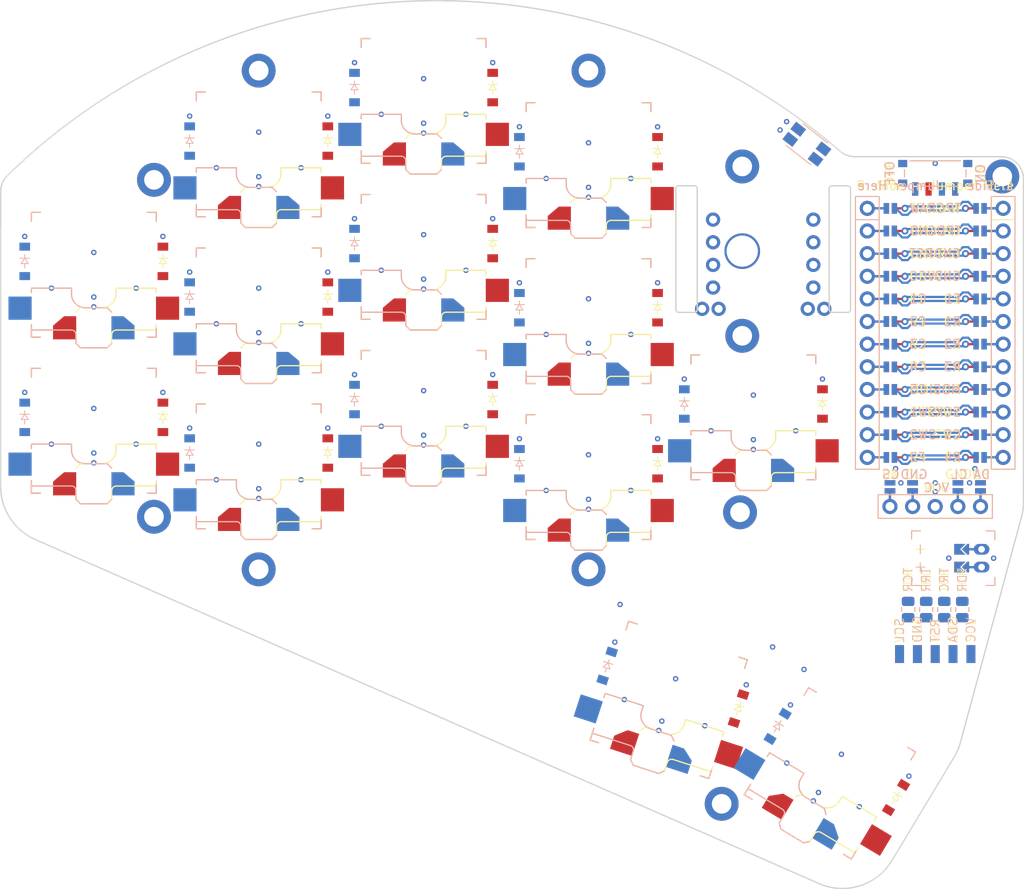
<source format=kicad_pcb>
(kicad_pcb (version 20171130) (host pcbnew 5.1.6)
  (title_block (title snak_28) (rev 0.2.1) (company JackMatanky))
  (layers (0 F.Cu signal) (31 B.Cu signal) (34 B.Paste user) (35 F.Paste user) (36 B.SilkS user) (37 F.SilkS user) (38 B.Mask user) (39 F.Mask user) (44 Edge.Cuts user))
  (net 0 "")
  (net 1 "C1")
  (net 2 "pinky_mid")
  (net 3 "pinky_top")
  (net 4 "C2")
  (net 5 "ring_bot")
  (net 6 "ring_mid")
  (net 7 "ring_top")
  (net 8 "C3")
  (net 9 "middle_bot")
  (net 10 "middle_mid")
  (net 11 "middle_top")
  (net 12 "C4")
  (net 13 "index_bot")
  (net 14 "index_mid")
  (net 15 "index_top")
  (net 16 "C5")
  (net 17 "inner_mid")
  (net 18 "out_home")
  (net 19 "in_home")
  (net 20 "R2")
  (net 21 "R1")
  (net 22 "R3")
  (net 23 "R4")
  (net 24 "RAW")
  (net 25 "GND")
  (net 26 "RST")
  (net 27 "VCC")
  (net 28 "SW1")
  (net 29 "SW2")
  (net 30 "F2")
  (net 31 "TPC")
  (net 32 "TPD")
  (net 33 "F1")
  (net 34 "MOSI")
  (net 35 "SCK")
  (net 36 "CS")
  (net 37 "MCU1_24")
  (net 38 "MCU1_1")
  (net 39 "MCU1_23")
  (net 40 "MCU1_2")
  (net 41 "MCU1_22")
  (net 42 "MCU1_3")
  (net 43 "MCU1_21")
  (net 44 "MCU1_4")
  (net 45 "MCU1_20")
  (net 46 "MCU1_5")
  (net 47 "MCU1_19")
  (net 48 "MCU1_6")
  (net 49 "MCU1_18")
  (net 50 "MCU1_7")
  (net 51 "MCU1_17")
  (net 52 "MCU1_8")
  (net 53 "MCU1_16")
  (net 54 "MCU1_9")
  (net 55 "MCU1_15")
  (net 56 "MCU1_10")
  (net 57 "MCU1_14")
  (net 58 "MCU1_11")
  (net 59 "MCU1_13")
  (net 60 "MCU1_12")
  (net 61 "DISP1_1")
  (net 62 "DISP1_2")
  (net 63 "DISP1_4")
  (net 64 "DISP1_5")
  (net 65 "pos")
  (net 66 "JST1_1")
  (net 67 "JST1_2")
  (net 68 "TPR")
  (net 69 "SMD_5_F")
  (net 70 "SMD_5_T")
  (net 71 "SMD_6_F")
  (net 72 "SMD_6_T")
  (net 73 "PAD_5")
  (module PG1350 (layer F.Cu) (at 100 82.5 180)
    (fp_text reference "S1" hide)
    (pad "" np_thru_hole circle (at 0 0) (size 3.429 3.429) (drill 3.429) (layers *.Cu *.Mask))
    (pad "" np_thru_hole circle (at 5.5 0) (size 1.7018 1.7018) (drill 1.7018) (layers *.Cu *.Mask))
    (pad "" np_thru_hole circle (at -5.5 0) (size 1.7018 1.7018) (drill 1.7018) (layers *.Cu *.Mask))
    (pad "" np_thru_hole circle (at 0 -5.95) (size 3 3) (drill 3) (layers *.Cu *.Mask))
    (pad 1 smd custom (at -3.275 -5.95 180) (size 1 1) (layers B.Cu B.Paste B.Mask) (options (clearance outline) (anchor rect)) (primitives (gr_poly (pts (xy -1.3 -1.3) (xy -1.3 0.25) (xy -0.05 1.3) (xy 1.3 1.3) (xy 1.3 -1.3)) (width 0))) (net 1 "C1"))
    (pad 2 smd rect (at 8.275 -3.75 180) (size 2.6 2.6) (layers B.Cu B.Paste B.Mask) (net 2 "pinky_mid"))
    (pad "" np_thru_hole circle (at 5 -3.75 195) (size 3 3) (drill 3) (layers *.Cu *.Mask))
    (pad 1 connect custom (at 3.275 -5.95 180) (size 0.5 0.5) (layers F.Cu F.Mask) (options (clearance outline) (anchor rect)) (primitives (gr_poly (pts (xy -1.3 -1.3) (xy -1.3 1.3) (xy 0.05 1.3) (xy 1.3 0.25) (xy 1.3 -1.3)) (width 0))) (net 1 "C1"))
    (pad 2 smd rect (at -8.275 -3.75 180) (size 2.6 2.6) (layers F.Cu F.Paste F.Mask) (net 2 "pinky_mid"))
    (pad "" np_thru_hole circle (at -5 -3.75 195) (size 3 3) (drill 3) (layers *.Cu *.Mask))
  )
  (module PG1350 (layer F.Cu) (at 100 65 180)
    (fp_text reference "S2" hide)
    (pad "" np_thru_hole circle (at 0 0) (size 3.429 3.429) (drill 3.429) (layers *.Cu *.Mask))
    (pad "" np_thru_hole circle (at 5.5 0) (size 1.7018 1.7018) (drill 1.7018) (layers *.Cu *.Mask))
    (pad "" np_thru_hole circle (at -5.5 0) (size 1.7018 1.7018) (drill 1.7018) (layers *.Cu *.Mask))
    (pad "" np_thru_hole circle (at 0 -5.95) (size 3 3) (drill 3) (layers *.Cu *.Mask))
    (pad 1 smd custom (at -3.275 -5.95 180) (size 1 1) (layers B.Cu B.Paste B.Mask) (options (clearance outline) (anchor rect)) (primitives (gr_poly (pts (xy -1.3 -1.3) (xy -1.3 0.25) (xy -0.05 1.3) (xy 1.3 1.3) (xy 1.3 -1.3)) (width 0))) (net 1 "C1"))
    (pad 2 smd rect (at 8.275 -3.75 180) (size 2.6 2.6) (layers B.Cu B.Paste B.Mask) (net 3 "pinky_top"))
    (pad "" np_thru_hole circle (at 5 -3.75 195) (size 3 3) (drill 3) (layers *.Cu *.Mask))
    (pad 1 connect custom (at 3.275 -5.95 180) (size 0.5 0.5) (layers F.Cu F.Mask) (options (clearance outline) (anchor rect)) (primitives (gr_poly (pts (xy -1.3 -1.3) (xy -1.3 1.3) (xy 0.05 1.3) (xy 1.3 0.25) (xy 1.3 -1.3)) (width 0))) (net 1 "C1"))
    (pad 2 smd rect (at -8.275 -3.75 180) (size 2.6 2.6) (layers F.Cu F.Paste F.Mask) (net 3 "pinky_top"))
    (pad "" np_thru_hole circle (at -5 -3.75 195) (size 3 3) (drill 3) (layers *.Cu *.Mask))
  )
  (module PG1350 (layer F.Cu) (at 118.5 86.5 180)
    (fp_text reference "S3" hide)
    (pad "" np_thru_hole circle (at 0 0) (size 3.429 3.429) (drill 3.429) (layers *.Cu *.Mask))
    (pad "" np_thru_hole circle (at 5.5 0) (size 1.7018 1.7018) (drill 1.7018) (layers *.Cu *.Mask))
    (pad "" np_thru_hole circle (at -5.5 0) (size 1.7018 1.7018) (drill 1.7018) (layers *.Cu *.Mask))
    (pad "" np_thru_hole circle (at 0 -5.95) (size 3 3) (drill 3) (layers *.Cu *.Mask))
    (pad 1 smd custom (at -3.275 -5.95 180) (size 1 1) (layers B.Cu B.Paste B.Mask) (options (clearance outline) (anchor rect)) (primitives (gr_poly (pts (xy -1.3 -1.3) (xy -1.3 0.25) (xy -0.05 1.3) (xy 1.3 1.3) (xy 1.3 -1.3)) (width 0))) (net 4 "C2"))
    (pad 2 smd rect (at 8.275 -3.75 180) (size 2.6 2.6) (layers B.Cu B.Paste B.Mask) (net 5 "ring_bot"))
    (pad "" np_thru_hole circle (at 5 -3.75 195) (size 3 3) (drill 3) (layers *.Cu *.Mask))
    (pad 1 connect custom (at 3.275 -5.95 180) (size 0.5 0.5) (layers F.Cu F.Mask) (options (clearance outline) (anchor rect)) (primitives (gr_poly (pts (xy -1.3 -1.3) (xy -1.3 1.3) (xy 0.05 1.3) (xy 1.3 0.25) (xy 1.3 -1.3)) (width 0))) (net 4 "C2"))
    (pad 2 smd rect (at -8.275 -3.75 180) (size 2.6 2.6) (layers F.Cu F.Paste F.Mask) (net 5 "ring_bot"))
    (pad "" np_thru_hole circle (at -5 -3.75 195) (size 3 3) (drill 3) (layers *.Cu *.Mask))
  )
  (module PG1350 (layer F.Cu) (at 118.5 69 180)
    (fp_text reference "S4" hide)
    (pad "" np_thru_hole circle (at 0 0) (size 3.429 3.429) (drill 3.429) (layers *.Cu *.Mask))
    (pad "" np_thru_hole circle (at 5.5 0) (size 1.7018 1.7018) (drill 1.7018) (layers *.Cu *.Mask))
    (pad "" np_thru_hole circle (at -5.5 0) (size 1.7018 1.7018) (drill 1.7018) (layers *.Cu *.Mask))
    (pad "" np_thru_hole circle (at 0 -5.95) (size 3 3) (drill 3) (layers *.Cu *.Mask))
    (pad 1 smd custom (at -3.275 -5.95 180) (size 1 1) (layers B.Cu B.Paste B.Mask) (options (clearance outline) (anchor rect)) (primitives (gr_poly (pts (xy -1.3 -1.3) (xy -1.3 0.25) (xy -0.05 1.3) (xy 1.3 1.3) (xy 1.3 -1.3)) (width 0))) (net 4 "C2"))
    (pad 2 smd rect (at 8.275 -3.75 180) (size 2.6 2.6) (layers B.Cu B.Paste B.Mask) (net 6 "ring_mid"))
    (pad "" np_thru_hole circle (at 5 -3.75 195) (size 3 3) (drill 3) (layers *.Cu *.Mask))
    (pad 1 connect custom (at 3.275 -5.95 180) (size 0.5 0.5) (layers F.Cu F.Mask) (options (clearance outline) (anchor rect)) (primitives (gr_poly (pts (xy -1.3 -1.3) (xy -1.3 1.3) (xy 0.05 1.3) (xy 1.3 0.25) (xy 1.3 -1.3)) (width 0))) (net 4 "C2"))
    (pad 2 smd rect (at -8.275 -3.75 180) (size 2.6 2.6) (layers F.Cu F.Paste F.Mask) (net 6 "ring_mid"))
    (pad "" np_thru_hole circle (at -5 -3.75 195) (size 3 3) (drill 3) (layers *.Cu *.Mask))
  )
  (module PG1350 (layer F.Cu) (at 118.5 51.5 180)
    (fp_text reference "S5" hide)
    (pad "" np_thru_hole circle (at 0 0) (size 3.429 3.429) (drill 3.429) (layers *.Cu *.Mask))
    (pad "" np_thru_hole circle (at 5.5 0) (size 1.7018 1.7018) (drill 1.7018) (layers *.Cu *.Mask))
    (pad "" np_thru_hole circle (at -5.5 0) (size 1.7018 1.7018) (drill 1.7018) (layers *.Cu *.Mask))
    (pad "" np_thru_hole circle (at 0 -5.95) (size 3 3) (drill 3) (layers *.Cu *.Mask))
    (pad 1 smd custom (at -3.275 -5.95 180) (size 1 1) (layers B.Cu B.Paste B.Mask) (options (clearance outline) (anchor rect)) (primitives (gr_poly (pts (xy -1.3 -1.3) (xy -1.3 0.25) (xy -0.05 1.3) (xy 1.3 1.3) (xy 1.3 -1.3)) (width 0))) (net 4 "C2"))
    (pad 2 smd rect (at 8.275 -3.75 180) (size 2.6 2.6) (layers B.Cu B.Paste B.Mask) (net 7 "ring_top"))
    (pad "" np_thru_hole circle (at 5 -3.75 195) (size 3 3) (drill 3) (layers *.Cu *.Mask))
    (pad 1 connect custom (at 3.275 -5.95 180) (size 0.5 0.5) (layers F.Cu F.Mask) (options (clearance outline) (anchor rect)) (primitives (gr_poly (pts (xy -1.3 -1.3) (xy -1.3 1.3) (xy 0.05 1.3) (xy 1.3 0.25) (xy 1.3 -1.3)) (width 0))) (net 4 "C2"))
    (pad 2 smd rect (at -8.275 -3.75 180) (size 2.6 2.6) (layers F.Cu F.Paste F.Mask) (net 7 "ring_top"))
    (pad "" np_thru_hole circle (at -5 -3.75 195) (size 3 3) (drill 3) (layers *.Cu *.Mask))
  )
  (module PG1350 (layer F.Cu) (at 137 80.5 180)
    (fp_text reference "S6" hide)
    (pad "" np_thru_hole circle (at 0 0) (size 3.429 3.429) (drill 3.429) (layers *.Cu *.Mask))
    (pad "" np_thru_hole circle (at 5.5 0) (size 1.7018 1.7018) (drill 1.7018) (layers *.Cu *.Mask))
    (pad "" np_thru_hole circle (at -5.5 0) (size 1.7018 1.7018) (drill 1.7018) (layers *.Cu *.Mask))
    (pad "" np_thru_hole circle (at 0 -5.95) (size 3 3) (drill 3) (layers *.Cu *.Mask))
    (pad 1 smd custom (at -3.275 -5.95 180) (size 1 1) (layers B.Cu B.Paste B.Mask) (options (clearance outline) (anchor rect)) (primitives (gr_poly (pts (xy -1.3 -1.3) (xy -1.3 0.25) (xy -0.05 1.3) (xy 1.3 1.3) (xy 1.3 -1.3)) (width 0))) (net 8 "C3"))
    (pad 2 smd rect (at 8.275 -3.75 180) (size 2.6 2.6) (layers B.Cu B.Paste B.Mask) (net 9 "middle_bot"))
    (pad "" np_thru_hole circle (at 5 -3.75 195) (size 3 3) (drill 3) (layers *.Cu *.Mask))
    (pad 1 connect custom (at 3.275 -5.95 180) (size 0.5 0.5) (layers F.Cu F.Mask) (options (clearance outline) (anchor rect)) (primitives (gr_poly (pts (xy -1.3 -1.3) (xy -1.3 1.3) (xy 0.05 1.3) (xy 1.3 0.25) (xy 1.3 -1.3)) (width 0))) (net 8 "C3"))
    (pad 2 smd rect (at -8.275 -3.75 180) (size 2.6 2.6) (layers F.Cu F.Paste F.Mask) (net 9 "middle_bot"))
    (pad "" np_thru_hole circle (at -5 -3.75 195) (size 3 3) (drill 3) (layers *.Cu *.Mask))
  )
  (module PG1350 (layer F.Cu) (at 137 63 180)
    (fp_text reference "S7" hide)
    (pad "" np_thru_hole circle (at 0 0) (size 3.429 3.429) (drill 3.429) (layers *.Cu *.Mask))
    (pad "" np_thru_hole circle (at 5.5 0) (size 1.7018 1.7018) (drill 1.7018) (layers *.Cu *.Mask))
    (pad "" np_thru_hole circle (at -5.5 0) (size 1.7018 1.7018) (drill 1.7018) (layers *.Cu *.Mask))
    (pad "" np_thru_hole circle (at 0 -5.95) (size 3 3) (drill 3) (layers *.Cu *.Mask))
    (pad 1 smd custom (at -3.275 -5.95 180) (size 1 1) (layers B.Cu B.Paste B.Mask) (options (clearance outline) (anchor rect)) (primitives (gr_poly (pts (xy -1.3 -1.3) (xy -1.3 0.25) (xy -0.05 1.3) (xy 1.3 1.3) (xy 1.3 -1.3)) (width 0))) (net 8 "C3"))
    (pad 2 smd rect (at 8.275 -3.75 180) (size 2.6 2.6) (layers B.Cu B.Paste B.Mask) (net 10 "middle_mid"))
    (pad "" np_thru_hole circle (at 5 -3.75 195) (size 3 3) (drill 3) (layers *.Cu *.Mask))
    (pad 1 connect custom (at 3.275 -5.95 180) (size 0.5 0.5) (layers F.Cu F.Mask) (options (clearance outline) (anchor rect)) (primitives (gr_poly (pts (xy -1.3 -1.3) (xy -1.3 1.3) (xy 0.05 1.3) (xy 1.3 0.25) (xy 1.3 -1.3)) (width 0))) (net 8 "C3"))
    (pad 2 smd rect (at -8.275 -3.75 180) (size 2.6 2.6) (layers F.Cu F.Paste F.Mask) (net 10 "middle_mid"))
    (pad "" np_thru_hole circle (at -5 -3.75 195) (size 3 3) (drill 3) (layers *.Cu *.Mask))
  )
  (module PG1350 (layer F.Cu) (at 137 45.5 180)
    (fp_text reference "S8" hide)
    (pad "" np_thru_hole circle (at 0 0) (size 3.429 3.429) (drill 3.429) (layers *.Cu *.Mask))
    (pad "" np_thru_hole circle (at 5.5 0) (size 1.7018 1.7018) (drill 1.7018) (layers *.Cu *.Mask))
    (pad "" np_thru_hole circle (at -5.5 0) (size 1.7018 1.7018) (drill 1.7018) (layers *.Cu *.Mask))
    (pad "" np_thru_hole circle (at 0 -5.95) (size 3 3) (drill 3) (layers *.Cu *.Mask))
    (pad 1 smd custom (at -3.275 -5.95 180) (size 1 1) (layers B.Cu B.Paste B.Mask) (options (clearance outline) (anchor rect)) (primitives (gr_poly (pts (xy -1.3 -1.3) (xy -1.3 0.25) (xy -0.05 1.3) (xy 1.3 1.3) (xy 1.3 -1.3)) (width 0))) (net 8 "C3"))
    (pad 2 smd rect (at 8.275 -3.75 180) (size 2.6 2.6) (layers B.Cu B.Paste B.Mask) (net 11 "middle_top"))
    (pad "" np_thru_hole circle (at 5 -3.75 195) (size 3 3) (drill 3) (layers *.Cu *.Mask))
    (pad 1 connect custom (at 3.275 -5.95 180) (size 0.5 0.5) (layers F.Cu F.Mask) (options (clearance outline) (anchor rect)) (primitives (gr_poly (pts (xy -1.3 -1.3) (xy -1.3 1.3) (xy 0.05 1.3) (xy 1.3 0.25) (xy 1.3 -1.3)) (width 0))) (net 8 "C3"))
    (pad 2 smd rect (at -8.275 -3.75 180) (size 2.6 2.6) (layers F.Cu F.Paste F.Mask) (net 11 "middle_top"))
    (pad "" np_thru_hole circle (at -5 -3.75 195) (size 3 3) (drill 3) (layers *.Cu *.Mask))
  )
  (module PG1350 (layer F.Cu) (at 155.5 87.7 180)
    (fp_text reference "S9" hide)
    (pad "" np_thru_hole circle (at 0 0) (size 3.429 3.429) (drill 3.429) (layers *.Cu *.Mask))
    (pad "" np_thru_hole circle (at 5.5 0) (size 1.7018 1.7018) (drill 1.7018) (layers *.Cu *.Mask))
    (pad "" np_thru_hole circle (at -5.5 0) (size 1.7018 1.7018) (drill 1.7018) (layers *.Cu *.Mask))
    (pad "" np_thru_hole circle (at 0 -5.95) (size 3 3) (drill 3) (layers *.Cu *.Mask))
    (pad 1 smd custom (at -3.275 -5.95 180) (size 1 1) (layers B.Cu B.Paste B.Mask) (options (clearance outline) (anchor rect)) (primitives (gr_poly (pts (xy -1.3 -1.3) (xy -1.3 0.25) (xy -0.05 1.3) (xy 1.3 1.3) (xy 1.3 -1.3)) (width 0))) (net 12 "C4"))
    (pad 2 smd rect (at 8.275 -3.75 180) (size 2.6 2.6) (layers B.Cu B.Paste B.Mask) (net 13 "index_bot"))
    (pad "" np_thru_hole circle (at 5 -3.75 195) (size 3 3) (drill 3) (layers *.Cu *.Mask))
    (pad 1 connect custom (at 3.275 -5.95 180) (size 0.5 0.5) (layers F.Cu F.Mask) (options (clearance outline) (anchor rect)) (primitives (gr_poly (pts (xy -1.3 -1.3) (xy -1.3 1.3) (xy 0.05 1.3) (xy 1.3 0.25) (xy 1.3 -1.3)) (width 0))) (net 12 "C4"))
    (pad 2 smd rect (at -8.275 -3.75 180) (size 2.6 2.6) (layers F.Cu F.Paste F.Mask) (net 13 "index_bot"))
    (pad "" np_thru_hole circle (at -5 -3.75 195) (size 3 3) (drill 3) (layers *.Cu *.Mask))
  )
  (module PG1350 (layer F.Cu) (at 155.5 70.2 180)
    (fp_text reference "S10" hide)
    (pad "" np_thru_hole circle (at 0 0) (size 3.429 3.429) (drill 3.429) (layers *.Cu *.Mask))
    (pad "" np_thru_hole circle (at 5.5 0) (size 1.7018 1.7018) (drill 1.7018) (layers *.Cu *.Mask))
    (pad "" np_thru_hole circle (at -5.5 0) (size 1.7018 1.7018) (drill 1.7018) (layers *.Cu *.Mask))
    (pad "" np_thru_hole circle (at 0 -5.95) (size 3 3) (drill 3) (layers *.Cu *.Mask))
    (pad 1 smd custom (at -3.275 -5.95 180) (size 1 1) (layers B.Cu B.Paste B.Mask) (options (clearance outline) (anchor rect)) (primitives (gr_poly (pts (xy -1.3 -1.3) (xy -1.3 0.25) (xy -0.05 1.3) (xy 1.3 1.3) (xy 1.3 -1.3)) (width 0))) (net 12 "C4"))
    (pad 2 smd rect (at 8.275 -3.75 180) (size 2.6 2.6) (layers B.Cu B.Paste B.Mask) (net 14 "index_mid"))
    (pad "" np_thru_hole circle (at 5 -3.75 195) (size 3 3) (drill 3) (layers *.Cu *.Mask))
    (pad 1 connect custom (at 3.275 -5.95 180) (size 0.5 0.5) (layers F.Cu F.Mask) (options (clearance outline) (anchor rect)) (primitives (gr_poly (pts (xy -1.3 -1.3) (xy -1.3 1.3) (xy 0.05 1.3) (xy 1.3 0.25) (xy 1.3 -1.3)) (width 0))) (net 12 "C4"))
    (pad 2 smd rect (at -8.275 -3.75 180) (size 2.6 2.6) (layers F.Cu F.Paste F.Mask) (net 14 "index_mid"))
    (pad "" np_thru_hole circle (at -5 -3.75 195) (size 3 3) (drill 3) (layers *.Cu *.Mask))
  )
  (module PG1350 (layer F.Cu) (at 155.5 52.7 180)
    (fp_text reference "S11" hide)
    (pad "" np_thru_hole circle (at 0 0) (size 3.429 3.429) (drill 3.429) (layers *.Cu *.Mask))
    (pad "" np_thru_hole circle (at 5.5 0) (size 1.7018 1.7018) (drill 1.7018) (layers *.Cu *.Mask))
    (pad "" np_thru_hole circle (at -5.5 0) (size 1.7018 1.7018) (drill 1.7018) (layers *.Cu *.Mask))
    (pad "" np_thru_hole circle (at 0 -5.95) (size 3 3) (drill 3) (layers *.Cu *.Mask))
    (pad 1 smd custom (at -3.275 -5.95 180) (size 1 1) (layers B.Cu B.Paste B.Mask) (options (clearance outline) (anchor rect)) (primitives (gr_poly (pts (xy -1.3 -1.3) (xy -1.3 0.25) (xy -0.05 1.3) (xy 1.3 1.3) (xy 1.3 -1.3)) (width 0))) (net 12 "C4"))
    (pad 2 smd rect (at 8.275 -3.75 180) (size 2.6 2.6) (layers B.Cu B.Paste B.Mask) (net 15 "index_top"))
    (pad "" np_thru_hole circle (at 5 -3.75 195) (size 3 3) (drill 3) (layers *.Cu *.Mask))
    (pad 1 connect custom (at 3.275 -5.95 180) (size 0.5 0.5) (layers F.Cu F.Mask) (options (clearance outline) (anchor rect)) (primitives (gr_poly (pts (xy -1.3 -1.3) (xy -1.3 1.3) (xy 0.05 1.3) (xy 1.3 0.25) (xy 1.3 -1.3)) (width 0))) (net 12 "C4"))
    (pad 2 smd rect (at -8.275 -3.75 180) (size 2.6 2.6) (layers F.Cu F.Paste F.Mask) (net 15 "index_top"))
    (pad "" np_thru_hole circle (at -5 -3.75 195) (size 3 3) (drill 3) (layers *.Cu *.Mask))
  )
  (module PG1350 (layer F.Cu) (at 174 81 180)
    (fp_text reference "S12" hide)
    (pad "" np_thru_hole circle (at 0 0) (size 3.429 3.429) (drill 3.429) (layers *.Cu *.Mask))
    (pad "" np_thru_hole circle (at 5.5 0) (size 1.7018 1.7018) (drill 1.7018) (layers *.Cu *.Mask))
    (pad "" np_thru_hole circle (at -5.5 0) (size 1.7018 1.7018) (drill 1.7018) (layers *.Cu *.Mask))
    (pad "" np_thru_hole circle (at 0 -5.95) (size 3 3) (drill 3) (layers *.Cu *.Mask))
    (pad 1 smd custom (at -3.275 -5.95 180) (size 1 1) (layers B.Cu B.Paste B.Mask) (options (clearance outline) (anchor rect)) (primitives (gr_poly (pts (xy -1.3 -1.3) (xy -1.3 0.25) (xy -0.05 1.3) (xy 1.3 1.3) (xy 1.3 -1.3)) (width 0))) (net 16 "C5"))
    (pad 2 smd rect (at 8.275 -3.75 180) (size 2.6 2.6) (layers B.Cu B.Paste B.Mask) (net 17 "inner_mid"))
    (pad "" np_thru_hole circle (at 5 -3.75 195) (size 3 3) (drill 3) (layers *.Cu *.Mask))
    (pad 1 connect custom (at 3.275 -5.95 180) (size 0.5 0.5) (layers F.Cu F.Mask) (options (clearance outline) (anchor rect)) (primitives (gr_poly (pts (xy -1.3 -1.3) (xy -1.3 1.3) (xy 0.05 1.3) (xy 1.3 0.25) (xy 1.3 -1.3)) (width 0))) (net 16 "C5"))
    (pad 2 smd rect (at -8.275 -3.75 180) (size 2.6 2.6) (layers F.Cu F.Paste F.Mask) (net 17 "inner_mid"))
    (pad "" np_thru_hole circle (at -5 -3.75 195) (size 3 3) (drill 3) (layers *.Cu *.Mask))
  )
  (module PG1350 (layer F.Cu) (at 164.5 112.7 162)
    (fp_text reference "S13" hide)
    (pad "" np_thru_hole circle (at 0 0) (size 3.429 3.429) (drill 3.429) (layers *.Cu *.Mask))
    (pad "" np_thru_hole circle (at 5.5 0) (size 1.7018 1.7018) (drill 1.7018) (layers *.Cu *.Mask))
    (pad "" np_thru_hole circle (at -5.5 0) (size 1.7018 1.7018) (drill 1.7018) (layers *.Cu *.Mask))
    (pad "" np_thru_hole circle (at 0 -5.95) (size 3 3) (drill 3) (layers *.Cu *.Mask))
    (pad 1 smd custom (at -3.275 -5.95 162) (size 1 1) (layers B.Cu B.Paste B.Mask) (options (clearance outline) (anchor rect)) (primitives (gr_poly (pts (xy -1.3 -1.3) (xy -1.3 0.25) (xy -0.05 1.3) (xy 1.3 1.3) (xy 1.3 -1.3)) (width 0))) (net 12 "C4"))
    (pad 2 smd rect (at 8.275 -3.75 162) (size 2.6 2.6) (layers B.Cu B.Paste B.Mask) (net 18 "out_home"))
    (pad "" np_thru_hole circle (at 5 -3.75 195) (size 3 3) (drill 3) (layers *.Cu *.Mask))
    (pad 1 connect custom (at 3.275 -5.95 162) (size 0.5 0.5) (layers F.Cu F.Mask) (options (clearance outline) (anchor rect)) (primitives (gr_poly (pts (xy -1.3 -1.3) (xy -1.3 1.3) (xy 0.05 1.3) (xy 1.3 0.25) (xy 1.3 -1.3)) (width 0))) (net 12 "C4"))
    (pad 2 smd rect (at -8.275 -3.75 162) (size 2.6 2.6) (layers F.Cu F.Paste F.Mask) (net 18 "out_home"))
    (pad "" np_thru_hole circle (at -5 -3.75 195) (size 3 3) (drill 3) (layers *.Cu *.Mask))
  )
  (module PG1350 (layer F.Cu) (at 182.588078 120.9429628 149)
    (fp_text reference "S14" hide)
    (pad "" np_thru_hole circle (at 0 0) (size 3.429 3.429) (drill 3.429) (layers *.Cu *.Mask))
    (pad "" np_thru_hole circle (at 5.5 0) (size 1.7018 1.7018) (drill 1.7018) (layers *.Cu *.Mask))
    (pad "" np_thru_hole circle (at -5.5 0) (size 1.7018 1.7018) (drill 1.7018) (layers *.Cu *.Mask))
    (pad "" np_thru_hole circle (at 0 -5.95) (size 3 3) (drill 3) (layers *.Cu *.Mask))
    (pad 1 smd custom (at -3.275 -5.95 149) (size 1 1) (layers B.Cu B.Paste B.Mask) (options (clearance outline) (anchor rect)) (primitives (gr_poly (pts (xy -1.3 -1.3) (xy -1.3 0.25) (xy -0.05 1.3) (xy 1.3 1.3) (xy 1.3 -1.3)) (width 0))) (net 16 "C5"))
    (pad 2 smd rect (at 8.275 -3.75 149) (size 2.6 2.6) (layers B.Cu B.Paste B.Mask) (net 19 "in_home"))
    (pad "" np_thru_hole circle (at 5 -3.75 195) (size 3 3) (drill 3) (layers *.Cu *.Mask))
    (pad 1 connect custom (at 3.275 -5.95 149) (size 0.5 0.5) (layers F.Cu F.Mask) (options (clearance outline) (anchor rect)) (primitives (gr_poly (pts (xy -1.3 -1.3) (xy -1.3 1.3) (xy 0.05 1.3) (xy 1.3 0.25) (xy 1.3 -1.3)) (width 0))) (net 16 "C5"))
    (pad 2 smd rect (at -8.275 -3.75 149) (size 2.6 2.6) (layers F.Cu F.Paste F.Mask) (net 19 "in_home"))
    (pad "" np_thru_hole circle (at -5 -3.75 195) (size 3 3) (drill 3) (layers *.Cu *.Mask))
  )
  (module "ceoloide:diode_tht_sod123" (layer F.Cu) (at 107.75 81 270)
    (fp_text reference "D1" hide)
    (pad 1 smd rect (at -1.65 0 270) (size 0.9 1.2) (layers F.Cu F.Paste F.Mask) (net 20 "R2"))
    (pad 2 smd rect (at 1.65 0 270) (size 0.9 1.2) (layers F.Cu F.Paste F.Mask) (net 2 "pinky_mid"))
  )
  (module "ceoloide:diode_tht_sod123" (layer F.Cu) (at 107.75 63.5 270)
    (fp_text reference "D2" hide)
    (pad 1 smd rect (at -1.65 0 270) (size 0.9 1.2) (layers F.Cu F.Paste F.Mask) (net 21 "R1"))
    (pad 2 smd rect (at 1.65 0 270) (size 0.9 1.2) (layers F.Cu F.Paste F.Mask) (net 3 "pinky_top"))
  )
  (module "ceoloide:diode_tht_sod123" (layer F.Cu) (at 126.25 85 270)
    (fp_text reference "D3" hide)
    (pad 1 smd rect (at -1.65 0 270) (size 0.9 1.2) (layers F.Cu F.Paste F.Mask) (net 22 "R3"))
    (pad 2 smd rect (at 1.65 0 270) (size 0.9 1.2) (layers F.Cu F.Paste F.Mask) (net 5 "ring_bot"))
  )
  (module "ceoloide:diode_tht_sod123" (layer F.Cu) (at 126.25 67.5 270)
    (fp_text reference "D4" hide)
    (pad 1 smd rect (at -1.65 0 270) (size 0.9 1.2) (layers F.Cu F.Paste F.Mask) (net 20 "R2"))
    (pad 2 smd rect (at 1.65 0 270) (size 0.9 1.2) (layers F.Cu F.Paste F.Mask) (net 6 "ring_mid"))
  )
  (module "ceoloide:diode_tht_sod123" (layer F.Cu) (at 126.25 50 270)
    (fp_text reference "D5" hide)
    (pad 1 smd rect (at -1.65 0 270) (size 0.9 1.2) (layers F.Cu F.Paste F.Mask) (net 21 "R1"))
    (pad 2 smd rect (at 1.65 0 270) (size 0.9 1.2) (layers F.Cu F.Paste F.Mask) (net 7 "ring_top"))
  )
  (module "ceoloide:diode_tht_sod123" (layer F.Cu) (at 144.75 79 270)
    (fp_text reference "D6" hide)
    (pad 1 smd rect (at -1.65 0 270) (size 0.9 1.2) (layers F.Cu F.Paste F.Mask) (net 22 "R3"))
    (pad 2 smd rect (at 1.65 0 270) (size 0.9 1.2) (layers F.Cu F.Paste F.Mask) (net 9 "middle_bot"))
  )
  (module "ceoloide:diode_tht_sod123" (layer F.Cu) (at 144.75 61.5 270)
    (fp_text reference "D7" hide)
    (pad 1 smd rect (at -1.65 0 270) (size 0.9 1.2) (layers F.Cu F.Paste F.Mask) (net 20 "R2"))
    (pad 2 smd rect (at 1.65 0 270) (size 0.9 1.2) (layers F.Cu F.Paste F.Mask) (net 10 "middle_mid"))
  )
  (module "ceoloide:diode_tht_sod123" (layer F.Cu) (at 144.75 44 270)
    (fp_text reference "D8" hide)
    (pad 1 smd rect (at -1.65 0 270) (size 0.9 1.2) (layers F.Cu F.Paste F.Mask) (net 21 "R1"))
    (pad 2 smd rect (at 1.65 0 270) (size 0.9 1.2) (layers F.Cu F.Paste F.Mask) (net 11 "middle_top"))
  )
  (module "ceoloide:diode_tht_sod123" (layer F.Cu) (at 163.25 86.2 270)
    (fp_text reference "D9" hide)
    (pad 1 smd rect (at -1.65 0 270) (size 0.9 1.2) (layers F.Cu F.Paste F.Mask) (net 22 "R3"))
    (pad 2 smd rect (at 1.65 0 270) (size 0.9 1.2) (layers F.Cu F.Paste F.Mask) (net 13 "index_bot"))
  )
  (module "ceoloide:diode_tht_sod123" (layer F.Cu) (at 163.25 68.7 270)
    (fp_text reference "D10" hide)
    (pad 1 smd rect (at -1.65 0 270) (size 0.9 1.2) (layers F.Cu F.Paste F.Mask) (net 20 "R2"))
    (pad 2 smd rect (at 1.65 0 270) (size 0.9 1.2) (layers F.Cu F.Paste F.Mask) (net 14 "index_mid"))
  )
  (module "ceoloide:diode_tht_sod123" (layer F.Cu) (at 163.25 51.2 270)
    (fp_text reference "D11" hide)
    (pad 1 smd rect (at -1.65 0 270) (size 0.9 1.2) (layers F.Cu F.Paste F.Mask) (net 21 "R1"))
    (pad 2 smd rect (at 1.65 0 270) (size 0.9 1.2) (layers F.Cu F.Paste F.Mask) (net 15 "index_top"))
  )
  (module "ceoloide:diode_tht_sod123" (layer F.Cu) (at 181.75 79.5 270)
    (fp_text reference "D12" hide)
    (pad 1 smd rect (at -1.65 0 270) (size 0.9 1.2) (layers F.Cu F.Paste F.Mask) (net 20 "R2"))
    (pad 2 smd rect (at 1.65 0 270) (size 0.9 1.2) (layers F.Cu F.Paste F.Mask) (net 17 "inner_mid"))
  )
  (module "ceoloide:diode_tht_sod123" (layer F.Cu) (at 172.3342135 113.6682969 252)
    (fp_text reference "D13" hide)
    (pad 1 smd rect (at -1.65 0 252) (size 0.9 1.2) (layers F.Cu F.Paste F.Mask) (net 23 "R4"))
    (pad 2 smd rect (at 1.65 0 252) (size 0.9 1.2) (layers F.Cu F.Paste F.Mask) (net 18 "out_home"))
  )
  (module "ceoloide:diode_tht_sod123" (layer F.Cu) (at 190.0036817 123.64875690000001 239)
    (fp_text reference "D14" hide)
    (pad 1 smd rect (at -1.65 0 239) (size 0.9 1.2) (layers F.Cu F.Paste F.Mask) (net 23 "R4"))
    (pad 2 smd rect (at 1.65 0 239) (size 0.9 1.2) (layers F.Cu F.Paste F.Mask) (net 19 "in_home"))
  )
  (module "ceoloide:diode_tht_sod123" (layer B.Cu) (at 92.25 81 270)
    (fp_text reference "D15" hide)
    (pad 2 smd rect (at 1.65 0 270) (size 0.9 1.2) (layers B.Cu B.Paste B.Mask) (net 2 "pinky_mid"))
    (pad 1 smd rect (at -1.65 0 270) (size 0.9 1.2) (layers B.Cu B.Paste B.Mask) (net 20 "R2"))
  )
  (module "ceoloide:diode_tht_sod123" (layer B.Cu) (at 92.25 63.5 270)
    (fp_text reference "D16" hide)
    (pad 2 smd rect (at 1.65 0 270) (size 0.9 1.2) (layers B.Cu B.Paste B.Mask) (net 3 "pinky_top"))
    (pad 1 smd rect (at -1.65 0 270) (size 0.9 1.2) (layers B.Cu B.Paste B.Mask) (net 21 "R1"))
  )
  (module "ceoloide:diode_tht_sod123" (layer B.Cu) (at 110.75 85 270)
    (fp_text reference "D17" hide)
    (pad 2 smd rect (at 1.65 0 270) (size 0.9 1.2) (layers B.Cu B.Paste B.Mask) (net 5 "ring_bot"))
    (pad 1 smd rect (at -1.65 0 270) (size 0.9 1.2) (layers B.Cu B.Paste B.Mask) (net 22 "R3"))
  )
  (module "ceoloide:diode_tht_sod123" (layer B.Cu) (at 110.75 67.5 270)
    (fp_text reference "D18" hide)
    (pad 2 smd rect (at 1.65 0 270) (size 0.9 1.2) (layers B.Cu B.Paste B.Mask) (net 6 "ring_mid"))
    (pad 1 smd rect (at -1.65 0 270) (size 0.9 1.2) (layers B.Cu B.Paste B.Mask) (net 20 "R2"))
  )
  (module "ceoloide:diode_tht_sod123" (layer B.Cu) (at 110.75 50 270)
    (fp_text reference "D19" hide)
    (pad 2 smd rect (at 1.65 0 270) (size 0.9 1.2) (layers B.Cu B.Paste B.Mask) (net 7 "ring_top"))
    (pad 1 smd rect (at -1.65 0 270) (size 0.9 1.2) (layers B.Cu B.Paste B.Mask) (net 21 "R1"))
  )
  (module "ceoloide:diode_tht_sod123" (layer B.Cu) (at 129.25 79 270)
    (fp_text reference "D20" hide)
    (pad 2 smd rect (at 1.65 0 270) (size 0.9 1.2) (layers B.Cu B.Paste B.Mask) (net 9 "middle_bot"))
    (pad 1 smd rect (at -1.65 0 270) (size 0.9 1.2) (layers B.Cu B.Paste B.Mask) (net 22 "R3"))
  )
  (module "ceoloide:diode_tht_sod123" (layer B.Cu) (at 129.25 61.5 270)
    (fp_text reference "D21" hide)
    (pad 2 smd rect (at 1.65 0 270) (size 0.9 1.2) (layers B.Cu B.Paste B.Mask) (net 10 "middle_mid"))
    (pad 1 smd rect (at -1.65 0 270) (size 0.9 1.2) (layers B.Cu B.Paste B.Mask) (net 20 "R2"))
  )
  (module "ceoloide:diode_tht_sod123" (layer B.Cu) (at 129.25 44 270)
    (fp_text reference "D22" hide)
    (pad 2 smd rect (at 1.65 0 270) (size 0.9 1.2) (layers B.Cu B.Paste B.Mask) (net 11 "middle_top"))
    (pad 1 smd rect (at -1.65 0 270) (size 0.9 1.2) (layers B.Cu B.Paste B.Mask) (net 21 "R1"))
  )
  (module "ceoloide:diode_tht_sod123" (layer B.Cu) (at 147.75 86.2 270)
    (fp_text reference "D23" hide)
    (pad 2 smd rect (at 1.65 0 270) (size 0.9 1.2) (layers B.Cu B.Paste B.Mask) (net 13 "index_bot"))
    (pad 1 smd rect (at -1.65 0 270) (size 0.9 1.2) (layers B.Cu B.Paste B.Mask) (net 22 "R3"))
  )
  (module "ceoloide:diode_tht_sod123" (layer B.Cu) (at 147.75 68.7 270)
    (fp_text reference "D24" hide)
    (pad 2 smd rect (at 1.65 0 270) (size 0.9 1.2) (layers B.Cu B.Paste B.Mask) (net 14 "index_mid"))
    (pad 1 smd rect (at -1.65 0 270) (size 0.9 1.2) (layers B.Cu B.Paste B.Mask) (net 20 "R2"))
  )
  (module "ceoloide:diode_tht_sod123" (layer B.Cu) (at 147.75 51.2 270)
    (fp_text reference "D25" hide)
    (pad 2 smd rect (at 1.65 0 270) (size 0.9 1.2) (layers B.Cu B.Paste B.Mask) (net 15 "index_top"))
    (pad 1 smd rect (at -1.65 0 270) (size 0.9 1.2) (layers B.Cu B.Paste B.Mask) (net 21 "R1"))
  )
  (module "ceoloide:diode_tht_sod123" (layer B.Cu) (at 166.25 79.5 270)
    (fp_text reference "D26" hide)
    (pad 2 smd rect (at 1.65 0 270) (size 0.9 1.2) (layers B.Cu B.Paste B.Mask) (net 17 "inner_mid"))
    (pad 1 smd rect (at -1.65 0 270) (size 0.9 1.2) (layers B.Cu B.Paste B.Mask) (net 20 "R2"))
  )
  (module "ceoloide:diode_tht_sod123" (layer B.Cu) (at 157.5928375 108.8785335 252)
    (fp_text reference "D27" hide)
    (pad 2 smd rect (at 1.65 0 252) (size 0.9 1.2) (layers B.Cu B.Paste B.Mask) (net 18 "out_home"))
    (pad 1 smd rect (at -1.65 0 252) (size 0.9 1.2) (layers B.Cu B.Paste B.Mask) (net 23 "R4"))
  )
  (module "ceoloide:diode_tht_sod123" (layer B.Cu) (at 176.7175885 115.6656668 239)
    (fp_text reference "D28" hide)
    (pad 2 smd rect (at 1.65 0 239) (size 0.9 1.2) (layers B.Cu B.Paste B.Mask) (net 19 "in_home"))
    (pad 1 smd rect (at -1.65 0 239) (size 0.9 1.2) (layers B.Cu B.Paste B.Mask) (net 23 "R4"))
  )
  (module VIA-0.6mm (layer F.Cu) (at 107.75 78.2 0)
    (fp_text reference REF** hide)
    (fp_text value VIA-0.6mm hide)
    (pad 1 thru_hole circle (at 0 0) (size 0.6 0.6) (drill 0.3) (layers *.Cu) (net 20 "R2"))
  )
  (module VIA-0.6mm (layer F.Cu) (at 107.75 60.7 0)
    (fp_text reference REF** hide)
    (fp_text value VIA-0.6mm hide)
    (pad 1 thru_hole circle (at 0 0) (size 0.6 0.6) (drill 0.3) (layers *.Cu) (net 21 "R1"))
  )
  (module VIA-0.6mm (layer F.Cu) (at 126.25 82.2 0)
    (fp_text reference REF** hide)
    (fp_text value VIA-0.6mm hide)
    (pad 1 thru_hole circle (at 0 0) (size 0.6 0.6) (drill 0.3) (layers *.Cu) (net 22 "R3"))
  )
  (module VIA-0.6mm (layer F.Cu) (at 126.25 64.7 0)
    (fp_text reference REF** hide)
    (fp_text value VIA-0.6mm hide)
    (pad 1 thru_hole circle (at 0 0) (size 0.6 0.6) (drill 0.3) (layers *.Cu) (net 20 "R2"))
  )
  (module VIA-0.6mm (layer F.Cu) (at 126.25 47.2 0)
    (fp_text reference REF** hide)
    (fp_text value VIA-0.6mm hide)
    (pad 1 thru_hole circle (at 0 0) (size 0.6 0.6) (drill 0.3) (layers *.Cu) (net 21 "R1"))
  )
  (module VIA-0.6mm (layer F.Cu) (at 144.75 76.2 0)
    (fp_text reference REF** hide)
    (fp_text value VIA-0.6mm hide)
    (pad 1 thru_hole circle (at 0 0) (size 0.6 0.6) (drill 0.3) (layers *.Cu) (net 22 "R3"))
  )
  (module VIA-0.6mm (layer F.Cu) (at 144.75 58.7 0)
    (fp_text reference REF** hide)
    (fp_text value VIA-0.6mm hide)
    (pad 1 thru_hole circle (at 0 0) (size 0.6 0.6) (drill 0.3) (layers *.Cu) (net 20 "R2"))
  )
  (module VIA-0.6mm (layer F.Cu) (at 144.75 41.2 0)
    (fp_text reference REF** hide)
    (fp_text value VIA-0.6mm hide)
    (pad 1 thru_hole circle (at 0 0) (size 0.6 0.6) (drill 0.3) (layers *.Cu) (net 21 "R1"))
  )
  (module VIA-0.6mm (layer F.Cu) (at 163.25 83.4 0)
    (fp_text reference REF** hide)
    (fp_text value VIA-0.6mm hide)
    (pad 1 thru_hole circle (at 0 0) (size 0.6 0.6) (drill 0.3) (layers *.Cu) (net 22 "R3"))
  )
  (module VIA-0.6mm (layer F.Cu) (at 163.25 65.9 0)
    (fp_text reference REF** hide)
    (fp_text value VIA-0.6mm hide)
    (pad 1 thru_hole circle (at 0 0) (size 0.6 0.6) (drill 0.3) (layers *.Cu) (net 20 "R2"))
  )
  (module VIA-0.6mm (layer F.Cu) (at 163.25 48.400000000000006 0)
    (fp_text reference REF** hide)
    (fp_text value VIA-0.6mm hide)
    (pad 1 thru_hole circle (at 0 0) (size 0.6 0.6) (drill 0.3) (layers *.Cu) (net 21 "R1"))
  )
  (module VIA-0.6mm (layer F.Cu) (at 181.75 76.7 0)
    (fp_text reference REF** hide)
    (fp_text value VIA-0.6mm hide)
    (pad 1 thru_hole circle (at 0 0) (size 0.6 0.6) (drill 0.3) (layers *.Cu) (net 20 "R2"))
  )
  (module VIA-0.6mm (layer F.Cu) (at 173.1994611 111.00533870000001 -18)
    (fp_text reference REF** hide)
    (fp_text value VIA-0.6mm hide)
    (pad 1 thru_hole circle (at 0 0) (size 0.6 0.6) (drill 0.3) (layers *.Cu) (net 23 "R4"))
  )
  (module VIA-0.6mm (layer F.Cu) (at 191.4457883 121.2486885 -31)
    (fp_text reference REF** hide)
    (fp_text value VIA-0.6mm hide)
    (pad 1 thru_hole circle (at 0 0) (size 0.6 0.6) (drill 0.3) (layers *.Cu) (net 23 "R4"))
  )
  (module VIA-0.6mm (layer F.Cu) (at 104.75 84 0)
    (fp_text reference REF** hide)
    (fp_text value VIA-0.6mm hide)
    (pad 1 thru_hole circle (at 0 0) (size 0.6 0.6) (drill 0.3) (layers *.Cu) (net 2 "pinky_mid"))
  )
  (module VIA-0.6mm (layer F.Cu) (at 104.75 66.5 0)
    (fp_text reference REF** hide)
    (fp_text value VIA-0.6mm hide)
    (pad 1 thru_hole circle (at 0 0) (size 0.6 0.6) (drill 0.3) (layers *.Cu) (net 3 "pinky_top"))
  )
  (module VIA-0.6mm (layer F.Cu) (at 123.25 88 0)
    (fp_text reference REF** hide)
    (fp_text value VIA-0.6mm hide)
    (pad 1 thru_hole circle (at 0 0) (size 0.6 0.6) (drill 0.3) (layers *.Cu) (net 5 "ring_bot"))
  )
  (module VIA-0.6mm (layer F.Cu) (at 123.25 70.5 0)
    (fp_text reference REF** hide)
    (fp_text value VIA-0.6mm hide)
    (pad 1 thru_hole circle (at 0 0) (size 0.6 0.6) (drill 0.3) (layers *.Cu) (net 6 "ring_mid"))
  )
  (module VIA-0.6mm (layer F.Cu) (at 123.25 53 0)
    (fp_text reference REF** hide)
    (fp_text value VIA-0.6mm hide)
    (pad 1 thru_hole circle (at 0 0) (size 0.6 0.6) (drill 0.3) (layers *.Cu) (net 7 "ring_top"))
  )
  (module VIA-0.6mm (layer F.Cu) (at 141.75 82 0)
    (fp_text reference REF** hide)
    (fp_text value VIA-0.6mm hide)
    (pad 1 thru_hole circle (at 0 0) (size 0.6 0.6) (drill 0.3) (layers *.Cu) (net 9 "middle_bot"))
  )
  (module VIA-0.6mm (layer F.Cu) (at 141.75 64.5 0)
    (fp_text reference REF** hide)
    (fp_text value VIA-0.6mm hide)
    (pad 1 thru_hole circle (at 0 0) (size 0.6 0.6) (drill 0.3) (layers *.Cu) (net 10 "middle_mid"))
  )
  (module VIA-0.6mm (layer F.Cu) (at 141.75 47 0)
    (fp_text reference REF** hide)
    (fp_text value VIA-0.6mm hide)
    (pad 1 thru_hole circle (at 0 0) (size 0.6 0.6) (drill 0.3) (layers *.Cu) (net 11 "middle_top"))
  )
  (module VIA-0.6mm (layer F.Cu) (at 160.25 89.2 0)
    (fp_text reference REF** hide)
    (fp_text value VIA-0.6mm hide)
    (pad 1 thru_hole circle (at 0 0) (size 0.6 0.6) (drill 0.3) (layers *.Cu) (net 13 "index_bot"))
  )
  (module VIA-0.6mm (layer F.Cu) (at 160.25 71.7 0)
    (fp_text reference REF** hide)
    (fp_text value VIA-0.6mm hide)
    (pad 1 thru_hole circle (at 0 0) (size 0.6 0.6) (drill 0.3) (layers *.Cu) (net 14 "index_mid"))
  )
  (module VIA-0.6mm (layer F.Cu) (at 160.25 54.2 0)
    (fp_text reference REF** hide)
    (fp_text value VIA-0.6mm hide)
    (pad 1 thru_hole circle (at 0 0) (size 0.6 0.6) (drill 0.3) (layers *.Cu) (net 15 "index_top"))
  )
  (module VIA-0.6mm (layer F.Cu) (at 178.75 82.5 0)
    (fp_text reference REF** hide)
    (fp_text value VIA-0.6mm hide)
    (pad 1 thru_hole circle (at 0 0) (size 0.6 0.6) (drill 0.3) (layers *.Cu) (net 17 "inner_mid"))
  )
  (module VIA-0.6mm (layer F.Cu) (at 168.553993 115.5944155 -18)
    (fp_text reference REF** hide)
    (fp_text value VIA-0.6mm hide)
    (pad 1 thru_hole circle (at 0 0) (size 0.6 0.6) (drill 0.3) (layers *.Cu) (net 18 "out_home"))
  )
  (module VIA-0.6mm (layer F.Cu) (at 185.8870656 124.67514460000001 -31)
    (fp_text reference REF** hide)
    (fp_text value VIA-0.6mm hide)
    (pad 1 thru_hole circle (at 0 0) (size 0.6 0.6) (drill 0.3) (layers *.Cu) (net 19 "in_home"))
  )
  (module VIA-0.6mm (layer F.Cu) (at 92.25 78.2 0)
    (fp_text reference REF** hide)
    (fp_text value VIA-0.6mm hide)
    (pad 1 thru_hole circle (at 0 0) (size 0.6 0.6) (drill 0.3) (layers *.Cu) (net 20 "R2"))
  )
  (module VIA-0.6mm (layer F.Cu) (at 92.25 60.7 0)
    (fp_text reference REF** hide)
    (fp_text value VIA-0.6mm hide)
    (pad 1 thru_hole circle (at 0 0) (size 0.6 0.6) (drill 0.3) (layers *.Cu) (net 21 "R1"))
  )
  (module VIA-0.6mm (layer F.Cu) (at 110.75 82.2 0)
    (fp_text reference REF** hide)
    (fp_text value VIA-0.6mm hide)
    (pad 1 thru_hole circle (at 0 0) (size 0.6 0.6) (drill 0.3) (layers *.Cu) (net 22 "R3"))
  )
  (module VIA-0.6mm (layer F.Cu) (at 110.75 64.7 0)
    (fp_text reference REF** hide)
    (fp_text value VIA-0.6mm hide)
    (pad 1 thru_hole circle (at 0 0) (size 0.6 0.6) (drill 0.3) (layers *.Cu) (net 20 "R2"))
  )
  (module VIA-0.6mm (layer F.Cu) (at 110.75 47.2 0)
    (fp_text reference REF** hide)
    (fp_text value VIA-0.6mm hide)
    (pad 1 thru_hole circle (at 0 0) (size 0.6 0.6) (drill 0.3) (layers *.Cu) (net 21 "R1"))
  )
  (module VIA-0.6mm (layer F.Cu) (at 129.25 76.2 0)
    (fp_text reference REF** hide)
    (fp_text value VIA-0.6mm hide)
    (pad 1 thru_hole circle (at 0 0) (size 0.6 0.6) (drill 0.3) (layers *.Cu) (net 22 "R3"))
  )
  (module VIA-0.6mm (layer F.Cu) (at 129.25 58.7 0)
    (fp_text reference REF** hide)
    (fp_text value VIA-0.6mm hide)
    (pad 1 thru_hole circle (at 0 0) (size 0.6 0.6) (drill 0.3) (layers *.Cu) (net 20 "R2"))
  )
  (module VIA-0.6mm (layer F.Cu) (at 129.25 41.2 0)
    (fp_text reference REF** hide)
    (fp_text value VIA-0.6mm hide)
    (pad 1 thru_hole circle (at 0 0) (size 0.6 0.6) (drill 0.3) (layers *.Cu) (net 21 "R1"))
  )
  (module VIA-0.6mm (layer F.Cu) (at 147.75 83.4 0)
    (fp_text reference REF** hide)
    (fp_text value VIA-0.6mm hide)
    (pad 1 thru_hole circle (at 0 0) (size 0.6 0.6) (drill 0.3) (layers *.Cu) (net 22 "R3"))
  )
  (module VIA-0.6mm (layer F.Cu) (at 147.75 65.9 0)
    (fp_text reference REF** hide)
    (fp_text value VIA-0.6mm hide)
    (pad 1 thru_hole circle (at 0 0) (size 0.6 0.6) (drill 0.3) (layers *.Cu) (net 20 "R2"))
  )
  (module VIA-0.6mm (layer F.Cu) (at 147.75 48.400000000000006 0)
    (fp_text reference REF** hide)
    (fp_text value VIA-0.6mm hide)
    (pad 1 thru_hole circle (at 0 0) (size 0.6 0.6) (drill 0.3) (layers *.Cu) (net 21 "R1"))
  )
  (module VIA-0.6mm (layer F.Cu) (at 166.25 76.7 0)
    (fp_text reference REF** hide)
    (fp_text value VIA-0.6mm hide)
    (pad 1 thru_hole circle (at 0 0) (size 0.6 0.6) (drill 0.3) (layers *.Cu) (net 20 "R2"))
  )
  (module VIA-0.6mm (layer F.Cu) (at 158.4580851 106.2155753 -18)
    (fp_text reference REF** hide)
    (fp_text value VIA-0.6mm hide)
    (pad 1 thru_hole circle (at 0 0) (size 0.6 0.6) (drill 0.3) (layers *.Cu) (net 23 "R4"))
  )
  (module VIA-0.6mm (layer F.Cu) (at 178.1596951 113.26559830000001 -31)
    (fp_text reference REF** hide)
    (fp_text value VIA-0.6mm hide)
    (pad 1 thru_hole circle (at 0 0) (size 0.6 0.6) (drill 0.3) (layers *.Cu) (net 23 "R4"))
  )
  (module VIA-0.6mm (layer F.Cu) (at 95.25 84 0)
    (fp_text reference REF** hide)
    (fp_text value VIA-0.6mm hide)
    (pad 1 thru_hole circle (at 0 0) (size 0.6 0.6) (drill 0.3) (layers *.Cu) (net 2 "pinky_mid"))
  )
  (module VIA-0.6mm (layer F.Cu) (at 95.25 66.5 0)
    (fp_text reference REF** hide)
    (fp_text value VIA-0.6mm hide)
    (pad 1 thru_hole circle (at 0 0) (size 0.6 0.6) (drill 0.3) (layers *.Cu) (net 3 "pinky_top"))
  )
  (module VIA-0.6mm (layer F.Cu) (at 113.75 88 0)
    (fp_text reference REF** hide)
    (fp_text value VIA-0.6mm hide)
    (pad 1 thru_hole circle (at 0 0) (size 0.6 0.6) (drill 0.3) (layers *.Cu) (net 5 "ring_bot"))
  )
  (module VIA-0.6mm (layer F.Cu) (at 113.75 70.5 0)
    (fp_text reference REF** hide)
    (fp_text value VIA-0.6mm hide)
    (pad 1 thru_hole circle (at 0 0) (size 0.6 0.6) (drill 0.3) (layers *.Cu) (net 6 "ring_mid"))
  )
  (module VIA-0.6mm (layer F.Cu) (at 113.75 53 0)
    (fp_text reference REF** hide)
    (fp_text value VIA-0.6mm hide)
    (pad 1 thru_hole circle (at 0 0) (size 0.6 0.6) (drill 0.3) (layers *.Cu) (net 7 "ring_top"))
  )
  (module VIA-0.6mm (layer F.Cu) (at 132.25 82 0)
    (fp_text reference REF** hide)
    (fp_text value VIA-0.6mm hide)
    (pad 1 thru_hole circle (at 0 0) (size 0.6 0.6) (drill 0.3) (layers *.Cu) (net 9 "middle_bot"))
  )
  (module VIA-0.6mm (layer F.Cu) (at 132.25 64.5 0)
    (fp_text reference REF** hide)
    (fp_text value VIA-0.6mm hide)
    (pad 1 thru_hole circle (at 0 0) (size 0.6 0.6) (drill 0.3) (layers *.Cu) (net 10 "middle_mid"))
  )
  (module VIA-0.6mm (layer F.Cu) (at 132.25 47 0)
    (fp_text reference REF** hide)
    (fp_text value VIA-0.6mm hide)
    (pad 1 thru_hole circle (at 0 0) (size 0.6 0.6) (drill 0.3) (layers *.Cu) (net 11 "middle_top"))
  )
  (module VIA-0.6mm (layer F.Cu) (at 150.75 89.2 0)
    (fp_text reference REF** hide)
    (fp_text value VIA-0.6mm hide)
    (pad 1 thru_hole circle (at 0 0) (size 0.6 0.6) (drill 0.3) (layers *.Cu) (net 13 "index_bot"))
  )
  (module VIA-0.6mm (layer F.Cu) (at 150.75 71.7 0)
    (fp_text reference REF** hide)
    (fp_text value VIA-0.6mm hide)
    (pad 1 thru_hole circle (at 0 0) (size 0.6 0.6) (drill 0.3) (layers *.Cu) (net 14 "index_mid"))
  )
  (module VIA-0.6mm (layer F.Cu) (at 150.75 54.2 0)
    (fp_text reference REF** hide)
    (fp_text value VIA-0.6mm hide)
    (pad 1 thru_hole circle (at 0 0) (size 0.6 0.6) (drill 0.3) (layers *.Cu) (net 15 "index_top"))
  )
  (module VIA-0.6mm (layer F.Cu) (at 169.25 82.5 0)
    (fp_text reference REF** hide)
    (fp_text value VIA-0.6mm hide)
    (pad 1 thru_hole circle (at 0 0) (size 0.6 0.6) (drill 0.3) (layers *.Cu) (net 17 "inner_mid"))
  )
  (module VIA-0.6mm (layer F.Cu) (at 159.5189561 112.6587541 -18)
    (fp_text reference REF** hide)
    (fp_text value VIA-0.6mm hide)
    (pad 1 thru_hole circle (at 0 0) (size 0.6 0.6) (drill 0.3) (layers *.Cu) (net 18 "out_home"))
  )
  (module VIA-0.6mm (layer F.Cu) (at 177.7439762 119.7822829 -31)
    (fp_text reference REF** hide)
    (fp_text value VIA-0.6mm hide)
    (pad 1 thru_hole circle (at 0 0) (size 0.6 0.6) (drill 0.3) (layers *.Cu) (net 19 "in_home"))
  )
  (module VIA-0.6mm (layer F.Cu) (at 100 86.1 0)
    (fp_text reference REF** hide)
    (fp_text value VIA-0.6mm hide)
    (pad 1 thru_hole circle (at 0 0) (size 0.6 0.6) (drill 0.3) (layers *.Cu) (net 1 "C1"))
  )
  (module VIA-0.6mm (layer F.Cu) (at 100 68.6 0)
    (fp_text reference REF** hide)
    (fp_text value VIA-0.6mm hide)
    (pad 1 thru_hole circle (at 0 0) (size 0.6 0.6) (drill 0.3) (layers *.Cu) (net 1 "C1"))
  )
  (module VIA-0.6mm (layer F.Cu) (at 118.5 90.1 0)
    (fp_text reference REF** hide)
    (fp_text value VIA-0.6mm hide)
    (pad 1 thru_hole circle (at 0 0) (size 0.6 0.6) (drill 0.3) (layers *.Cu) (net 4 "C2"))
  )
  (module VIA-0.6mm (layer F.Cu) (at 118.5 72.6 0)
    (fp_text reference REF** hide)
    (fp_text value VIA-0.6mm hide)
    (pad 1 thru_hole circle (at 0 0) (size 0.6 0.6) (drill 0.3) (layers *.Cu) (net 4 "C2"))
  )
  (module VIA-0.6mm (layer F.Cu) (at 118.5 55.1 0)
    (fp_text reference REF** hide)
    (fp_text value VIA-0.6mm hide)
    (pad 1 thru_hole circle (at 0 0) (size 0.6 0.6) (drill 0.3) (layers *.Cu) (net 4 "C2"))
  )
  (module VIA-0.6mm (layer F.Cu) (at 137 84.1 0)
    (fp_text reference REF** hide)
    (fp_text value VIA-0.6mm hide)
    (pad 1 thru_hole circle (at 0 0) (size 0.6 0.6) (drill 0.3) (layers *.Cu) (net 8 "C3"))
  )
  (module VIA-0.6mm (layer F.Cu) (at 137 66.6 0)
    (fp_text reference REF** hide)
    (fp_text value VIA-0.6mm hide)
    (pad 1 thru_hole circle (at 0 0) (size 0.6 0.6) (drill 0.3) (layers *.Cu) (net 8 "C3"))
  )
  (module VIA-0.6mm (layer F.Cu) (at 137 49.1 0)
    (fp_text reference REF** hide)
    (fp_text value VIA-0.6mm hide)
    (pad 1 thru_hole circle (at 0 0) (size 0.6 0.6) (drill 0.3) (layers *.Cu) (net 8 "C3"))
  )
  (module VIA-0.6mm (layer F.Cu) (at 155.5 91.3 0)
    (fp_text reference REF** hide)
    (fp_text value VIA-0.6mm hide)
    (pad 1 thru_hole circle (at 0 0) (size 0.6 0.6) (drill 0.3) (layers *.Cu) (net 12 "C4"))
  )
  (module VIA-0.6mm (layer F.Cu) (at 155.5 73.8 0)
    (fp_text reference REF** hide)
    (fp_text value VIA-0.6mm hide)
    (pad 1 thru_hole circle (at 0 0) (size 0.6 0.6) (drill 0.3) (layers *.Cu) (net 12 "C4"))
  )
  (module VIA-0.6mm (layer F.Cu) (at 155.5 56.300000000000004 0)
    (fp_text reference REF** hide)
    (fp_text value VIA-0.6mm hide)
    (pad 1 thru_hole circle (at 0 0) (size 0.6 0.6) (drill 0.3) (layers *.Cu) (net 12 "C4"))
  )
  (module VIA-0.6mm (layer F.Cu) (at 174 84.6 0)
    (fp_text reference REF** hide)
    (fp_text value VIA-0.6mm hide)
    (pad 1 thru_hole circle (at 0 0) (size 0.6 0.6) (drill 0.3) (layers *.Cu) (net 16 "C5"))
  )
  (module VIA-0.6mm (layer F.Cu) (at 163.3875388 116.12380350000001 -18)
    (fp_text reference REF** hide)
    (fp_text value VIA-0.6mm hide)
    (pad 1 thru_hole circle (at 0 0) (size 0.6 0.6) (drill 0.3) (layers *.Cu) (net 12 "C4"))
  )
  (module VIA-0.6mm (layer F.Cu) (at 180.7339409 124.0287651 -31)
    (fp_text reference REF** hide)
    (fp_text value VIA-0.6mm hide)
    (pad 1 thru_hole circle (at 0 0) (size 0.6 0.6) (drill 0.3) (layers *.Cu) (net 16 "C5"))
  )
  (module VIA-0.6mm (layer F.Cu) (at 100 85 0)
    (fp_text reference REF** hide)
    (fp_text value VIA-0.6mm hide)
    (pad 1 thru_hole circle (at 0 0) (size 0.6 0.6) (drill 0.3) (layers *.Cu) (net 2 "pinky_mid"))
  )
  (module VIA-0.6mm (layer F.Cu) (at 100 67.5 0)
    (fp_text reference REF** hide)
    (fp_text value VIA-0.6mm hide)
    (pad 1 thru_hole circle (at 0 0) (size 0.6 0.6) (drill 0.3) (layers *.Cu) (net 3 "pinky_top"))
  )
  (module VIA-0.6mm (layer F.Cu) (at 118.5 89 0)
    (fp_text reference REF** hide)
    (fp_text value VIA-0.6mm hide)
    (pad 1 thru_hole circle (at 0 0) (size 0.6 0.6) (drill 0.3) (layers *.Cu) (net 5 "ring_bot"))
  )
  (module VIA-0.6mm (layer F.Cu) (at 118.5 71.5 0)
    (fp_text reference REF** hide)
    (fp_text value VIA-0.6mm hide)
    (pad 1 thru_hole circle (at 0 0) (size 0.6 0.6) (drill 0.3) (layers *.Cu) (net 6 "ring_mid"))
  )
  (module VIA-0.6mm (layer F.Cu) (at 118.5 54 0)
    (fp_text reference REF** hide)
    (fp_text value VIA-0.6mm hide)
    (pad 1 thru_hole circle (at 0 0) (size 0.6 0.6) (drill 0.3) (layers *.Cu) (net 7 "ring_top"))
  )
  (module VIA-0.6mm (layer F.Cu) (at 137 83 0)
    (fp_text reference REF** hide)
    (fp_text value VIA-0.6mm hide)
    (pad 1 thru_hole circle (at 0 0) (size 0.6 0.6) (drill 0.3) (layers *.Cu) (net 9 "middle_bot"))
  )
  (module VIA-0.6mm (layer F.Cu) (at 137 65.5 0)
    (fp_text reference REF** hide)
    (fp_text value VIA-0.6mm hide)
    (pad 1 thru_hole circle (at 0 0) (size 0.6 0.6) (drill 0.3) (layers *.Cu) (net 10 "middle_mid"))
  )
  (module VIA-0.6mm (layer F.Cu) (at 137 48 0)
    (fp_text reference REF** hide)
    (fp_text value VIA-0.6mm hide)
    (pad 1 thru_hole circle (at 0 0) (size 0.6 0.6) (drill 0.3) (layers *.Cu) (net 11 "middle_top"))
  )
  (module VIA-0.6mm (layer F.Cu) (at 155.5 90.2 0)
    (fp_text reference REF** hide)
    (fp_text value VIA-0.6mm hide)
    (pad 1 thru_hole circle (at 0 0) (size 0.6 0.6) (drill 0.3) (layers *.Cu) (net 13 "index_bot"))
  )
  (module VIA-0.6mm (layer F.Cu) (at 155.5 72.7 0)
    (fp_text reference REF** hide)
    (fp_text value VIA-0.6mm hide)
    (pad 1 thru_hole circle (at 0 0) (size 0.6 0.6) (drill 0.3) (layers *.Cu) (net 14 "index_mid"))
  )
  (module VIA-0.6mm (layer F.Cu) (at 155.5 55.2 0)
    (fp_text reference REF** hide)
    (fp_text value VIA-0.6mm hide)
    (pad 1 thru_hole circle (at 0 0) (size 0.6 0.6) (drill 0.3) (layers *.Cu) (net 15 "index_top"))
  )
  (module VIA-0.6mm (layer F.Cu) (at 174 83.5 0)
    (fp_text reference REF** hide)
    (fp_text value VIA-0.6mm hide)
    (pad 1 thru_hole circle (at 0 0) (size 0.6 0.6) (drill 0.3) (layers *.Cu) (net 17 "inner_mid"))
  )
  (module VIA-0.6mm (layer F.Cu) (at 163.7274575 115.0776413 -18)
    (fp_text reference REF** hide)
    (fp_text value VIA-0.6mm hide)
    (pad 1 thru_hole circle (at 0 0) (size 0.6 0.6) (drill 0.3) (layers *.Cu) (net 18 "out_home"))
  )
  (module VIA-0.6mm (layer F.Cu) (at 181.3004828 123.08588110000001 -31)
    (fp_text reference REF** hide)
    (fp_text value VIA-0.6mm hide)
    (pad 1 thru_hole circle (at 0 0) (size 0.6 0.6) (drill 0.3) (layers *.Cu) (net 19 "in_home"))
  )
  (module VIA-0.6mm (layer F.Cu) (at 100 80 0)
    (fp_text reference REF** hide)
    (fp_text value VIA-0.6mm hide)
    (pad 1 thru_hole circle (at 0 0) (size 0.6 0.6) (drill 0.3) (layers *.Cu) (net 20 "R2"))
  )
  (module VIA-0.6mm (layer F.Cu) (at 100 62.5 0)
    (fp_text reference REF** hide)
    (fp_text value VIA-0.6mm hide)
    (pad 1 thru_hole circle (at 0 0) (size 0.6 0.6) (drill 0.3) (layers *.Cu) (net 21 "R1"))
  )
  (module VIA-0.6mm (layer F.Cu) (at 118.5 84 0)
    (fp_text reference REF** hide)
    (fp_text value VIA-0.6mm hide)
    (pad 1 thru_hole circle (at 0 0) (size 0.6 0.6) (drill 0.3) (layers *.Cu) (net 22 "R3"))
  )
  (module VIA-0.6mm (layer F.Cu) (at 118.5 66.5 0)
    (fp_text reference REF** hide)
    (fp_text value VIA-0.6mm hide)
    (pad 1 thru_hole circle (at 0 0) (size 0.6 0.6) (drill 0.3) (layers *.Cu) (net 20 "R2"))
  )
  (module VIA-0.6mm (layer F.Cu) (at 118.5 49 0)
    (fp_text reference REF** hide)
    (fp_text value VIA-0.6mm hide)
    (pad 1 thru_hole circle (at 0 0) (size 0.6 0.6) (drill 0.3) (layers *.Cu) (net 21 "R1"))
  )
  (module VIA-0.6mm (layer F.Cu) (at 137 78 0)
    (fp_text reference REF** hide)
    (fp_text value VIA-0.6mm hide)
    (pad 1 thru_hole circle (at 0 0) (size 0.6 0.6) (drill 0.3) (layers *.Cu) (net 22 "R3"))
  )
  (module VIA-0.6mm (layer F.Cu) (at 137 60.5 0)
    (fp_text reference REF** hide)
    (fp_text value VIA-0.6mm hide)
    (pad 1 thru_hole circle (at 0 0) (size 0.6 0.6) (drill 0.3) (layers *.Cu) (net 20 "R2"))
  )
  (module VIA-0.6mm (layer F.Cu) (at 137 43 0)
    (fp_text reference REF** hide)
    (fp_text value VIA-0.6mm hide)
    (pad 1 thru_hole circle (at 0 0) (size 0.6 0.6) (drill 0.3) (layers *.Cu) (net 21 "R1"))
  )
  (module VIA-0.6mm (layer F.Cu) (at 155.5 85.2 0)
    (fp_text reference REF** hide)
    (fp_text value VIA-0.6mm hide)
    (pad 1 thru_hole circle (at 0 0) (size 0.6 0.6) (drill 0.3) (layers *.Cu) (net 22 "R3"))
  )
  (module VIA-0.6mm (layer F.Cu) (at 155.5 67.7 0)
    (fp_text reference REF** hide)
    (fp_text value VIA-0.6mm hide)
    (pad 1 thru_hole circle (at 0 0) (size 0.6 0.6) (drill 0.3) (layers *.Cu) (net 20 "R2"))
  )
  (module VIA-0.6mm (layer F.Cu) (at 155.5 50.2 0)
    (fp_text reference REF** hide)
    (fp_text value VIA-0.6mm hide)
    (pad 1 thru_hole circle (at 0 0) (size 0.6 0.6) (drill 0.3) (layers *.Cu) (net 21 "R1"))
  )
  (module VIA-0.6mm (layer F.Cu) (at 174 78.5 0)
    (fp_text reference REF** hide)
    (fp_text value VIA-0.6mm hide)
    (pad 1 thru_hole circle (at 0 0) (size 0.6 0.6) (drill 0.3) (layers *.Cu) (net 20 "R2"))
  )
  (module VIA-0.6mm (layer F.Cu) (at 165.2725425 110.32235870000001 -18)
    (fp_text reference REF** hide)
    (fp_text value VIA-0.6mm hide)
    (pad 1 thru_hole circle (at 0 0) (size 0.6 0.6) (drill 0.3) (layers *.Cu) (net 23 "R4"))
  )
  (module VIA-0.6mm (layer F.Cu) (at 183.8756732 118.8000445 -31)
    (fp_text reference REF** hide)
    (fp_text value VIA-0.6mm hide)
    (pad 1 thru_hole circle (at 0 0) (size 0.6 0.6) (drill 0.3) (layers *.Cu) (net 23 "R4"))
  )
  (module VIA-0.6mm (layer F.Cu) (at 176.15568 106.7611344 -18)
    (fp_text reference REF** hide)
    (fp_text value VIA-0.6mm hide)
    (pad 1 thru_hole circle (at 0 0) (size 0.6 0.6) (drill 0.3) (layers *.Cu) (net 23 "R4"))
  )
  (module VIA-0.6mm (layer F.Cu) (at 159.0426641 101.9893752 -18)
    (fp_text reference REF** hide)
    (fp_text value VIA-0.6mm hide)
    (pad 1 thru_hole circle (at 0 0) (size 0.6 0.6) (drill 0.3) (layers *.Cu) (net 12 "C4"))
  )
  (module VIA-0.6mm (layer F.Cu) (at 179.6799796 109.27921710000001 -31)
    (fp_text reference REF** hide)
    (fp_text value VIA-0.6mm hide)
    (pad 1 thru_hole circle (at 0 0) (size 0.6 0.6) (drill 0.3) (layers *.Cu) (net 16 "C5"))
  )
  (module "ceoloide:nice_nano" (layer F.Cu) (at 194.4 70.25 0)
    (fp_text reference "MCU1" hide)
    (pad 24 thru_hole circle (at -7.62 -12.7 0) (size 1.7 1.7) (drill 1) (layers *.Cu *.Mask) (net 37 "MCU1_24"))
    (pad 1 thru_hole circle (at 7.62 -12.7 0) (size 1.7 1.7) (drill 1) (layers *.Cu *.Mask) (net 38 "MCU1_1"))
    (pad 1 thru_hole circle (at 3.4 -12.7 0) (size 0.8 0.8) (drill 0.4) (layers *.Cu *.Mask) (net 24 "RAW"))
    (pad 124 thru_hole circle (at -3.4 -12.7 0) (size 0.8 0.8) (drill 0.4) (layers *.Cu *.Mask) (net 31 "TPC"))
    (pad 24 smd rect (at -5.48 -12.7 0) (size 0.6 1.2) (layers F.Cu F.Mask) (net 37 "MCU1_24"))
    (pad 124 smd rect (at -4.58 -12.7 0) (size 0.6 1.2) (layers F.Cu F.Mask) (net 31 "TPC"))
    (pad 1 smd rect (at 4.58 -12.7 0) (size 0.6 1.2) (layers F.Cu F.Mask) (net 24 "RAW"))
    (pad 24 smd rect (at 5.48 -12.7 0) (size 0.6 1.2) (layers F.Cu F.Mask) (net 38 "MCU1_1"))
    (pad 24 smd rect (at -5.48 -12.7 0) (size 0.6 1.2) (layers B.Cu B.Mask) (net 37 "MCU1_24"))
    (pad 1 smd rect (at -4.58 -12.7 0) (size 0.6 1.2) (layers B.Cu B.Mask) (net 24 "RAW"))
    (pad 124 smd rect (at 4.58 -12.7 0) (size 0.6 1.2) (layers B.Cu B.Mask) (net 31 "TPC"))
    (pad 24 smd rect (at 5.48 -12.7 0) (size 0.6 1.2) (layers B.Cu B.Mask) (net 38 "MCU1_1"))
    (fp_text user TPC (at -3 -12.7 0) (layer F.SilkS) (effects (justify left)))
    (fp_text user RAW (at 3 -12.7 0) (layer F.SilkS) (effects (justify right)))
    (fp_text user RAW (at -3 -12.7 180) (layer B.SilkS) (effects (justify right mirror)))
    (fp_text user TPC (at 3 -12.7 180) (layer B.SilkS) (effects (justify left mirror)))
    (pad 23 thru_hole circle (at -7.62 -10.16 0) (size 1.7 1.7) (drill 1) (layers *.Cu *.Mask) (net 39 "MCU1_23"))
    (pad 2 thru_hole circle (at 7.62 -10.16 0) (size 1.7 1.7) (drill 1) (layers *.Cu *.Mask) (net 40 "MCU1_2"))
    (pad 2 thru_hole circle (at 3.4 -10.16 0) (size 0.8 0.8) (drill 0.4) (layers *.Cu *.Mask) (net 25 "GND"))
    (pad 123 thru_hole circle (at -3.4 -10.16 0) (size 0.8 0.8) (drill 0.4) (layers *.Cu *.Mask) (net 32 "TPD"))
    (pad 23 smd rect (at -5.48 -10.16 0) (size 0.6 1.2) (layers F.Cu F.Mask) (net 39 "MCU1_23"))
    (pad 123 smd rect (at -4.58 -10.16 0) (size 0.6 1.2) (layers F.Cu F.Mask) (net 32 "TPD"))
    (pad 2 smd rect (at 4.58 -10.16 0) (size 0.6 1.2) (layers F.Cu F.Mask) (net 25 "GND"))
    (pad 23 smd rect (at 5.48 -10.16 0) (size 0.6 1.2) (layers F.Cu F.Mask) (net 40 "MCU1_2"))
    (pad 23 smd rect (at -5.48 -10.16 0) (size 0.6 1.2) (layers B.Cu B.Mask) (net 39 "MCU1_23"))
    (pad 2 smd rect (at -4.58 -10.16 0) (size 0.6 1.2) (layers B.Cu B.Mask) (net 25 "GND"))
    (pad 123 smd rect (at 4.58 -10.16 0) (size 0.6 1.2) (layers B.Cu B.Mask) (net 32 "TPD"))
    (pad 23 smd rect (at 5.48 -10.16 0) (size 0.6 1.2) (layers B.Cu B.Mask) (net 40 "MCU1_2"))
    (fp_text user TPD (at -3 -10.16 0) (layer F.SilkS) (effects (justify left)))
    (fp_text user GND (at 3 -10.16 0) (layer F.SilkS) (effects (justify right)))
    (fp_text user GND (at -3 -10.16 180) (layer B.SilkS) (effects (justify right mirror)))
    (fp_text user TPD (at 3 -10.16 180) (layer B.SilkS) (effects (justify left mirror)))
    (pad 22 thru_hole circle (at -7.62 -7.619999999999999 0) (size 1.7 1.7) (drill 1) (layers *.Cu *.Mask) (net 41 "MCU1_22"))
    (pad 3 thru_hole circle (at 7.62 -7.619999999999999 0) (size 1.7 1.7) (drill 1) (layers *.Cu *.Mask) (net 42 "MCU1_3"))
    (pad 3 thru_hole circle (at 3.4 -7.619999999999999 0) (size 0.8 0.8) (drill 0.4) (layers *.Cu *.Mask) (net 26 "RST"))
    (pad 122 thru_hole circle (at -3.4 -7.619999999999999 0) (size 0.8 0.8) (drill 0.4) (layers *.Cu *.Mask) (net 25 "GND"))
    (pad 22 smd rect (at -5.48 -7.619999999999999 0) (size 0.6 1.2) (layers F.Cu F.Mask) (net 41 "MCU1_22"))
    (pad 122 smd rect (at -4.58 -7.619999999999999 0) (size 0.6 1.2) (layers F.Cu F.Mask) (net 25 "GND"))
    (pad 3 smd rect (at 4.58 -7.619999999999999 0) (size 0.6 1.2) (layers F.Cu F.Mask) (net 26 "RST"))
    (pad 22 smd rect (at 5.48 -7.619999999999999 0) (size 0.6 1.2) (layers F.Cu F.Mask) (net 42 "MCU1_3"))
    (pad 22 smd rect (at -5.48 -7.619999999999999 0) (size 0.6 1.2) (layers B.Cu B.Mask) (net 41 "MCU1_22"))
    (pad 3 smd rect (at -4.58 -7.619999999999999 0) (size 0.6 1.2) (layers B.Cu B.Mask) (net 26 "RST"))
    (pad 122 smd rect (at 4.58 -7.619999999999999 0) (size 0.6 1.2) (layers B.Cu B.Mask) (net 25 "GND"))
    (pad 22 smd rect (at 5.48 -7.619999999999999 0) (size 0.6 1.2) (layers B.Cu B.Mask) (net 42 "MCU1_3"))
    (fp_text user GND (at -3 -7.619999999999999 0) (layer F.SilkS) (effects (justify left)))
    (fp_text user RST (at 3 -7.619999999999999 0) (layer F.SilkS) (effects (justify right)))
    (fp_text user RST (at -3 -7.619999999999999 180) (layer B.SilkS) (effects (justify right mirror)))
    (fp_text user GND (at 3 -7.619999999999999 180) (layer B.SilkS) (effects (justify left mirror)))
    (pad 21 thru_hole circle (at -7.62 -5.079999999999999 0) (size 1.7 1.7) (drill 1) (layers *.Cu *.Mask) (net 43 "MCU1_21"))
    (pad 4 thru_hole circle (at 7.62 -5.079999999999999 0) (size 1.7 1.7) (drill 1) (layers *.Cu *.Mask) (net 44 "MCU1_4"))
    (pad 4 thru_hole circle (at 3.4 -5.079999999999999 0) (size 0.8 0.8) (drill 0.4) (layers *.Cu *.Mask) (net 27 "VCC"))
    (pad 121 thru_hole circle (at -3.4 -5.079999999999999 0) (size 0.8 0.8) (drill 0.4) (layers *.Cu *.Mask) (net 25 "GND"))
    (pad 21 smd rect (at -5.48 -5.079999999999999 0) (size 0.6 1.2) (layers F.Cu F.Mask) (net 43 "MCU1_21"))
    (pad 121 smd rect (at -4.58 -5.079999999999999 0) (size 0.6 1.2) (layers F.Cu F.Mask) (net 25 "GND"))
    (pad 4 smd rect (at 4.58 -5.079999999999999 0) (size 0.6 1.2) (layers F.Cu F.Mask) (net 27 "VCC"))
    (pad 21 smd rect (at 5.48 -5.079999999999999 0) (size 0.6 1.2) (layers F.Cu F.Mask) (net 44 "MCU1_4"))
    (pad 21 smd rect (at -5.48 -5.079999999999999 0) (size 0.6 1.2) (layers B.Cu B.Mask) (net 43 "MCU1_21"))
    (pad 4 smd rect (at -4.58 -5.079999999999999 0) (size 0.6 1.2) (layers B.Cu B.Mask) (net 27 "VCC"))
    (pad 121 smd rect (at 4.58 -5.079999999999999 0) (size 0.6 1.2) (layers B.Cu B.Mask) (net 25 "GND"))
    (pad 21 smd rect (at 5.48 -5.079999999999999 0) (size 0.6 1.2) (layers B.Cu B.Mask) (net 44 "MCU1_4"))
    (fp_text user GND (at -3 -5.079999999999999 0) (layer F.SilkS) (effects (justify left)))
    (fp_text user VCC (at 3 -5.079999999999999 0) (layer F.SilkS) (effects (justify right)))
    (fp_text user VCC (at -3 -5.079999999999999 180) (layer B.SilkS) (effects (justify right mirror)))
    (fp_text user GND (at 3 -5.079999999999999 180) (layer B.SilkS) (effects (justify left mirror)))
    (pad 20 thru_hole circle (at -7.62 -2.539999999999999 0) (size 1.7 1.7) (drill 1) (layers *.Cu *.Mask) (net 45 "MCU1_20"))
    (pad 5 thru_hole circle (at 7.62 -2.539999999999999 0) (size 1.7 1.7) (drill 1) (layers *.Cu *.Mask) (net 46 "MCU1_5"))
    (pad 5 thru_hole circle (at 3.4 -2.539999999999999 0) (size 0.8 0.8) (drill 0.4) (layers *.Cu *.Mask) (net 1 "C1"))
    (pad 120 thru_hole circle (at -3.4 -2.539999999999999 0) (size 0.8 0.8) (drill 0.4) (layers *.Cu *.Mask) (net 33 "F1"))
    (pad 20 smd rect (at -5.48 -2.539999999999999 0) (size 0.6 1.2) (layers F.Cu F.Mask) (net 45 "MCU1_20"))
    (pad 120 smd rect (at -4.58 -2.539999999999999 0) (size 0.6 1.2) (layers F.Cu F.Mask) (net 33 "F1"))
    (pad 5 smd rect (at 4.58 -2.539999999999999 0) (size 0.6 1.2) (layers F.Cu F.Mask) (net 1 "C1"))
    (pad 20 smd rect (at 5.48 -2.539999999999999 0) (size 0.6 1.2) (layers F.Cu F.Mask) (net 46 "MCU1_5"))
    (pad 20 smd rect (at -5.48 -2.539999999999999 0) (size 0.6 1.2) (layers B.Cu B.Mask) (net 45 "MCU1_20"))
    (pad 5 smd rect (at -4.58 -2.539999999999999 0) (size 0.6 1.2) (layers B.Cu B.Mask) (net 1 "C1"))
    (pad 120 smd rect (at 4.58 -2.539999999999999 0) (size 0.6 1.2) (layers B.Cu B.Mask) (net 33 "F1"))
    (pad 20 smd rect (at 5.48 -2.539999999999999 0) (size 0.6 1.2) (layers B.Cu B.Mask) (net 46 "MCU1_5"))
    (fp_text user F1 (at -3 -2.539999999999999 0) (layer F.SilkS) (effects (justify left)))
    (fp_text user C1 (at 3 -2.539999999999999 0) (layer F.SilkS) (effects (justify right)))
    (fp_text user C1 (at -3 -2.539999999999999 180) (layer B.SilkS) (effects (justify right mirror)))
    (fp_text user F1 (at 3 -2.539999999999999 180) (layer B.SilkS) (effects (justify left mirror)))
    (pad 19 thru_hole circle (at -7.62 0 0) (size 1.7 1.7) (drill 1) (layers *.Cu *.Mask) (net 47 "MCU1_19"))
    (pad 6 thru_hole circle (at 7.62 0 0) (size 1.7 1.7) (drill 1) (layers *.Cu *.Mask) (net 48 "MCU1_6"))
    (pad 6 thru_hole circle (at 3.4 0 0) (size 0.8 0.8) (drill 0.4) (layers *.Cu *.Mask) (net 4 "C2"))
    (pad 119 thru_hole circle (at -3.4 0 0) (size 0.8 0.8) (drill 0.4) (layers *.Cu *.Mask) (net 21 "R1"))
    (pad 19 smd rect (at -5.48 0 0) (size 0.6 1.2) (layers F.Cu F.Mask) (net 47 "MCU1_19"))
    (pad 119 smd rect (at -4.58 0 0) (size 0.6 1.2) (layers F.Cu F.Mask) (net 21 "R1"))
    (pad 6 smd rect (at 4.58 0 0) (size 0.6 1.2) (layers F.Cu F.Mask) (net 4 "C2"))
    (pad 19 smd rect (at 5.48 0 0) (size 0.6 1.2) (layers F.Cu F.Mask) (net 48 "MCU1_6"))
    (pad 19 smd rect (at -5.48 0 0) (size 0.6 1.2) (layers B.Cu B.Mask) (net 47 "MCU1_19"))
    (pad 6 smd rect (at -4.58 0 0) (size 0.6 1.2) (layers B.Cu B.Mask) (net 4 "C2"))
    (pad 119 smd rect (at 4.58 0 0) (size 0.6 1.2) (layers B.Cu B.Mask) (net 21 "R1"))
    (pad 19 smd rect (at 5.48 0 0) (size 0.6 1.2) (layers B.Cu B.Mask) (net 48 "MCU1_6"))
    (fp_text user R1 (at -3 0 0) (layer F.SilkS) (effects (justify left)))
    (fp_text user C2 (at 3 0 0) (layer F.SilkS) (effects (justify right)))
    (fp_text user C2 (at -3 0 180) (layer B.SilkS) (effects (justify right mirror)))
    (fp_text user R1 (at 3 0 180) (layer B.SilkS) (effects (justify left mirror)))
    (pad 18 thru_hole circle (at -7.62 2.540000000000001 0) (size 1.7 1.7) (drill 1) (layers *.Cu *.Mask) (net 49 "MCU1_18"))
    (pad 7 thru_hole circle (at 7.62 2.540000000000001 0) (size 1.7 1.7) (drill 1) (layers *.Cu *.Mask) (net 50 "MCU1_7"))
    (pad 7 thru_hole circle (at 3.4 2.540000000000001 0) (size 0.8 0.8) (drill 0.4) (layers *.Cu *.Mask) (net 8 "C3"))
    (pad 118 thru_hole circle (at -3.4 2.540000000000001 0) (size 0.8 0.8) (drill 0.4) (layers *.Cu *.Mask) (net 20 "R2"))
    (pad 18 smd rect (at -5.48 2.540000000000001 0) (size 0.6 1.2) (layers F.Cu F.Mask) (net 49 "MCU1_18"))
    (pad 118 smd rect (at -4.58 2.540000000000001 0) (size 0.6 1.2) (layers F.Cu F.Mask) (net 20 "R2"))
    (pad 7 smd rect (at 4.58 2.540000000000001 0) (size 0.6 1.2) (layers F.Cu F.Mask) (net 8 "C3"))
    (pad 18 smd rect (at 5.48 2.540000000000001 0) (size 0.6 1.2) (layers F.Cu F.Mask) (net 50 "MCU1_7"))
    (pad 18 smd rect (at -5.48 2.540000000000001 0) (size 0.6 1.2) (layers B.Cu B.Mask) (net 49 "MCU1_18"))
    (pad 7 smd rect (at -4.58 2.540000000000001 0) (size 0.6 1.2) (layers B.Cu B.Mask) (net 8 "C3"))
    (pad 118 smd rect (at 4.58 2.540000000000001 0) (size 0.6 1.2) (layers B.Cu B.Mask) (net 20 "R2"))
    (pad 18 smd rect (at 5.48 2.540000000000001 0) (size 0.6 1.2) (layers B.Cu B.Mask) (net 50 "MCU1_7"))
    (fp_text user R2 (at -3 2.540000000000001 0) (layer F.SilkS) (effects (justify left)))
    (fp_text user C3 (at 3 2.540000000000001 0) (layer F.SilkS) (effects (justify right)))
    (fp_text user C3 (at -3 2.540000000000001 180) (layer B.SilkS) (effects (justify right mirror)))
    (fp_text user R2 (at 3 2.540000000000001 180) (layer B.SilkS) (effects (justify left mirror)))
    (pad 17 thru_hole circle (at -7.62 5.080000000000002 0) (size 1.7 1.7) (drill 1) (layers *.Cu *.Mask) (net 51 "MCU1_17"))
    (pad 8 thru_hole circle (at 7.62 5.080000000000002 0) (size 1.7 1.7) (drill 1) (layers *.Cu *.Mask) (net 52 "MCU1_8"))
    (pad 8 thru_hole circle (at 3.4 5.080000000000002 0) (size 0.8 0.8) (drill 0.4) (layers *.Cu *.Mask) (net 12 "C4"))
    (pad 117 thru_hole circle (at -3.4 5.080000000000002 0) (size 0.8 0.8) (drill 0.4) (layers *.Cu *.Mask) (net 22 "R3"))
    (pad 17 smd rect (at -5.48 5.080000000000002 0) (size 0.6 1.2) (layers F.Cu F.Mask) (net 51 "MCU1_17"))
    (pad 117 smd rect (at -4.58 5.080000000000002 0) (size 0.6 1.2) (layers F.Cu F.Mask) (net 22 "R3"))
    (pad 8 smd rect (at 4.58 5.080000000000002 0) (size 0.6 1.2) (layers F.Cu F.Mask) (net 12 "C4"))
    (pad 17 smd rect (at 5.48 5.080000000000002 0) (size 0.6 1.2) (layers F.Cu F.Mask) (net 52 "MCU1_8"))
    (pad 17 smd rect (at -5.48 5.080000000000002 0) (size 0.6 1.2) (layers B.Cu B.Mask) (net 51 "MCU1_17"))
    (pad 8 smd rect (at -4.58 5.080000000000002 0) (size 0.6 1.2) (layers B.Cu B.Mask) (net 12 "C4"))
    (pad 117 smd rect (at 4.58 5.080000000000002 0) (size 0.6 1.2) (layers B.Cu B.Mask) (net 22 "R3"))
    (pad 17 smd rect (at 5.48 5.080000000000002 0) (size 0.6 1.2) (layers B.Cu B.Mask) (net 52 "MCU1_8"))
    (fp_text user R3 (at -3 5.080000000000002 0) (layer F.SilkS) (effects (justify left)))
    (fp_text user C4 (at 3 5.080000000000002 0) (layer F.SilkS) (effects (justify right)))
    (fp_text user C4 (at -3 5.080000000000002 180) (layer B.SilkS) (effects (justify right mirror)))
    (fp_text user R3 (at 3 5.080000000000002 180) (layer B.SilkS) (effects (justify left mirror)))
    (pad 16 thru_hole circle (at -7.62 7.620000000000001 0) (size 1.7 1.7) (drill 1) (layers *.Cu *.Mask) (net 53 "MCU1_16"))
    (pad 9 thru_hole circle (at 7.62 7.620000000000001 0) (size 1.7 1.7) (drill 1) (layers *.Cu *.Mask) (net 54 "MCU1_9"))
    (pad 9 thru_hole circle (at 3.4 7.620000000000001 0) (size 0.8 0.8) (drill 0.4) (layers *.Cu *.Mask) (net 16 "C5"))
    (pad 116 thru_hole circle (at -3.4 7.620000000000001 0) (size 0.8 0.8) (drill 0.4) (layers *.Cu *.Mask) (net 34 "MOSI"))
    (pad 16 smd rect (at -5.48 7.620000000000001 0) (size 0.6 1.2) (layers F.Cu F.Mask) (net 53 "MCU1_16"))
    (pad 116 smd rect (at -4.58 7.620000000000001 0) (size 0.6 1.2) (layers F.Cu F.Mask) (net 34 "MOSI"))
    (pad 9 smd rect (at 4.58 7.620000000000001 0) (size 0.6 1.2) (layers F.Cu F.Mask) (net 16 "C5"))
    (pad 16 smd rect (at 5.48 7.620000000000001 0) (size 0.6 1.2) (layers F.Cu F.Mask) (net 54 "MCU1_9"))
    (pad 16 smd rect (at -5.48 7.620000000000001 0) (size 0.6 1.2) (layers B.Cu B.Mask) (net 53 "MCU1_16"))
    (pad 9 smd rect (at -4.58 7.620000000000001 0) (size 0.6 1.2) (layers B.Cu B.Mask) (net 16 "C5"))
    (pad 116 smd rect (at 4.58 7.620000000000001 0) (size 0.6 1.2) (layers B.Cu B.Mask) (net 34 "MOSI"))
    (pad 16 smd rect (at 5.48 7.620000000000001 0) (size 0.6 1.2) (layers B.Cu B.Mask) (net 54 "MCU1_9"))
    (fp_text user MOSI (at -3 7.620000000000001 0) (layer F.SilkS) (effects (justify left)))
    (fp_text user C5 (at 3 7.620000000000001 0) (layer F.SilkS) (effects (justify right)))
    (fp_text user C5 (at -3 7.620000000000001 180) (layer B.SilkS) (effects (justify right mirror)))
    (fp_text user MOSI (at 3 7.620000000000001 180) (layer B.SilkS) (effects (justify left mirror)))
    (pad 15 thru_hole circle (at -7.62 10.16 0) (size 1.7 1.7) (drill 1) (layers *.Cu *.Mask) (net 55 "MCU1_15"))
    (pad 10 thru_hole circle (at 7.62 10.16 0) (size 1.7 1.7) (drill 1) (layers *.Cu *.Mask) (net 56 "MCU1_10"))
    (pad 10 thru_hole circle (at 3.4 10.16 0) (size 0.8 0.8) (drill 0.4) (layers *.Cu *.Mask) (net 28 "SW1"))
    (pad 115 thru_hole circle (at -3.4 10.16 0) (size 0.8 0.8) (drill 0.4) (layers *.Cu *.Mask) (net 35 "SCK"))
    (pad 15 smd rect (at -5.48 10.16 0) (size 0.6 1.2) (layers F.Cu F.Mask) (net 55 "MCU1_15"))
    (pad 115 smd rect (at -4.58 10.16 0) (size 0.6 1.2) (layers F.Cu F.Mask) (net 35 "SCK"))
    (pad 10 smd rect (at 4.58 10.16 0) (size 0.6 1.2) (layers F.Cu F.Mask) (net 28 "SW1"))
    (pad 15 smd rect (at 5.48 10.16 0) (size 0.6 1.2) (layers F.Cu F.Mask) (net 56 "MCU1_10"))
    (pad 15 smd rect (at -5.48 10.16 0) (size 0.6 1.2) (layers B.Cu B.Mask) (net 55 "MCU1_15"))
    (pad 10 smd rect (at -4.58 10.16 0) (size 0.6 1.2) (layers B.Cu B.Mask) (net 28 "SW1"))
    (pad 115 smd rect (at 4.58 10.16 0) (size 0.6 1.2) (layers B.Cu B.Mask) (net 35 "SCK"))
    (pad 15 smd rect (at 5.48 10.16 0) (size 0.6 1.2) (layers B.Cu B.Mask) (net 56 "MCU1_10"))
    (fp_text user SCK (at -3 10.16 0) (layer F.SilkS) (effects (justify left)))
    (fp_text user SW1 (at 3 10.16 0) (layer F.SilkS) (effects (justify right)))
    (fp_text user SW1 (at -3 10.16 180) (layer B.SilkS) (effects (justify right mirror)))
    (fp_text user SCK (at 3 10.16 180) (layer B.SilkS) (effects (justify left mirror)))
    (pad 14 thru_hole circle (at -7.62 12.7 0) (size 1.7 1.7) (drill 1) (layers *.Cu *.Mask) (net 57 "MCU1_14"))
    (pad 11 thru_hole circle (at 7.62 12.7 0) (size 1.7 1.7) (drill 1) (layers *.Cu *.Mask) (net 58 "MCU1_11"))
    (pad 11 thru_hole circle (at 3.4 12.7 0) (size 0.8 0.8) (drill 0.4) (layers *.Cu *.Mask) (net 29 "SW2"))
    (pad 114 thru_hole circle (at -3.4 12.7 0) (size 0.8 0.8) (drill 0.4) (layers *.Cu *.Mask) (net 36 "CS"))
    (pad 14 smd rect (at -5.48 12.7 0) (size 0.6 1.2) (layers F.Cu F.Mask) (net 57 "MCU1_14"))
    (pad 114 smd rect (at -4.58 12.7 0) (size 0.6 1.2) (layers F.Cu F.Mask) (net 36 "CS"))
    (pad 11 smd rect (at 4.58 12.7 0) (size 0.6 1.2) (layers F.Cu F.Mask) (net 29 "SW2"))
    (pad 14 smd rect (at 5.48 12.7 0) (size 0.6 1.2) (layers F.Cu F.Mask) (net 58 "MCU1_11"))
    (pad 14 smd rect (at -5.48 12.7 0) (size 0.6 1.2) (layers B.Cu B.Mask) (net 57 "MCU1_14"))
    (pad 11 smd rect (at -4.58 12.7 0) (size 0.6 1.2) (layers B.Cu B.Mask) (net 29 "SW2"))
    (pad 114 smd rect (at 4.58 12.7 0) (size 0.6 1.2) (layers B.Cu B.Mask) (net 36 "CS"))
    (pad 14 smd rect (at 5.48 12.7 0) (size 0.6 1.2) (layers B.Cu B.Mask) (net 58 "MCU1_11"))
    (fp_text user CS (at -3 12.7 0) (layer F.SilkS) (effects (justify left)))
    (fp_text user SW2 (at 3 12.7 0) (layer F.SilkS) (effects (justify right)))
    (fp_text user SW2 (at -3 12.7 180) (layer B.SilkS) (effects (justify right mirror)))
    (fp_text user CS (at 3 12.7 180) (layer B.SilkS) (effects (justify left mirror)))
    (pad 13 thru_hole circle (at -7.62 15.240000000000002 0) (size 1.7 1.7) (drill 1) (layers *.Cu *.Mask) (net 59 "MCU1_13"))
    (pad 12 thru_hole circle (at 7.62 15.240000000000002 0) (size 1.7 1.7) (drill 1) (layers *.Cu *.Mask) (net 60 "MCU1_12"))
    (pad 12 thru_hole circle (at 3.4 15.240000000000002 0) (size 0.8 0.8) (drill 0.4) (layers *.Cu *.Mask) (net 30 "F2"))
    (pad 113 thru_hole circle (at -3.4 15.240000000000002 0) (size 0.8 0.8) (drill 0.4) (layers *.Cu *.Mask) (net 23 "R4"))
    (pad 13 smd rect (at -5.48 15.240000000000002 0) (size 0.6 1.2) (layers F.Cu F.Mask) (net 59 "MCU1_13"))
    (pad 113 smd rect (at -4.58 15.240000000000002 0) (size 0.6 1.2) (layers F.Cu F.Mask) (net 23 "R4"))
    (pad 12 smd rect (at 4.58 15.240000000000002 0) (size 0.6 1.2) (layers F.Cu F.Mask) (net 30 "F2"))
    (pad 13 smd rect (at 5.48 15.240000000000002 0) (size 0.6 1.2) (layers F.Cu F.Mask) (net 60 "MCU1_12"))
    (pad 13 smd rect (at -5.48 15.240000000000002 0) (size 0.6 1.2) (layers B.Cu B.Mask) (net 59 "MCU1_13"))
    (pad 12 smd rect (at -4.58 15.240000000000002 0) (size 0.6 1.2) (layers B.Cu B.Mask) (net 30 "F2"))
    (pad 113 smd rect (at 4.58 15.240000000000002 0) (size 0.6 1.2) (layers B.Cu B.Mask) (net 23 "R4"))
    (pad 13 smd rect (at 5.48 15.240000000000002 0) (size 0.6 1.2) (layers B.Cu B.Mask) (net 60 "MCU1_12"))
    (fp_text user R4 (at -3 15.240000000000002 0) (layer F.SilkS) (effects (justify left)))
    (fp_text user F2 (at 3 15.240000000000002 0) (layer F.SilkS) (effects (justify right)))
    (fp_text user F2 (at -3 15.240000000000002 180) (layer B.SilkS) (effects (justify right mirror)))
    (fp_text user R4 (at 3 15.240000000000002 180) (layer B.SilkS) (effects (justify left mirror)))
    (fp_text user "R. Side - Jumper Here" (at 0 -15.245 0) (layer F.SilkS))
    (fp_text user "L. Side - Jumper Here" (at 0 -15.245 0) (layer B.SilkS) (effects (justify mirror)))
  )
  (segment (start 198.980 57.550) (end 197.800 57.550) (width 0.25) (layer F.Cu) (net 1))
  (segment (start 189.820 57.550) (end 191.000 57.550) (width 0.25) (layer F.Cu) (net 13))
  (segment (start 186.780 57.550) (end 188.900 57.550) (width 0.25) (layer F.Cu) (net 23))
  (segment (start 186.780 57.550) (end 188.900 57.550) (width 0.25) (layer B.Cu) (net 23))
  (segment (start 199.900 57.550) (end 202.020 57.550) (width 0.25) (layer F.Cu) (net 24))
  (segment (start 202.020 57.550) (end 199.900 57.550) (width 0.25) (layer B.Cu) (net 24))
  (segment (start 191.795 57.780) (end 197.570 57.780) (width 0.25) (layer "B.Cu") (net 2))
  (segment (start 189.625 57.550) (end 189.975 57.550) (width 0.25) (layer "B.Cu") (net 2))
  (segment (start 190.700 58.275) (end 191.300 58.275) (width 0.25) (layer "B.Cu") (net 2))
  (segment (start 189.975 57.550) (end 190.700 58.275) (width 0.25) (layer "B.Cu") (net 2))
  (segment (start 191.300 58.275) (end 191.795 57.780) (width 0.25) (layer "B.Cu") (net 2))
  (segment (start 199.175 57.550) (end 198.825 57.550) (width 0.25) (layer "B.Cu") (net 20))
  (segment (start 196.995 57.330) (end 191.220 57.330) (width 0.25) (layer "B.Cu") (net 20))
  (segment (start 198.825 57.550) (end 198.100 56.825) (width 0.25) (layer "B.Cu") (net 20))
  (segment (start 198.100 56.825) (end 197.500 56.825) (width 0.25) (layer "B.Cu") (net 20))
  (segment (start 197.500 56.825) (end 196.995 57.330) (width 0.25) (layer "B.Cu") (net 20))
  (segment (start 198.980 60.090) (end 197.800 60.090) (width 0.25) (layer F.Cu) (net 1))
  (segment (start 189.820 60.090) (end 191.000 60.090) (width 0.25) (layer F.Cu) (net 13))
  (segment (start 186.780 60.090) (end 188.900 60.090) (width 0.25) (layer F.Cu) (net 23))
  (segment (start 186.780 60.090) (end 188.900 60.090) (width 0.25) (layer B.Cu) (net 23))
  (segment (start 199.900 60.090) (end 202.020 60.090) (width 0.25) (layer F.Cu) (net 24))
  (segment (start 202.020 60.090) (end 199.900 60.090) (width 0.25) (layer B.Cu) (net 24))
  (segment (start 191.795 60.320) (end 197.570 60.320) (width 0.25) (layer "B.Cu") (net 2))
  (segment (start 189.625 60.090) (end 189.975 60.090) (width 0.25) (layer "B.Cu") (net 2))
  (segment (start 190.700 60.815) (end 191.300 60.815) (width 0.25) (layer "B.Cu") (net 2))
  (segment (start 189.975 60.090) (end 190.700 60.815) (width 0.25) (layer "B.Cu") (net 2))
  (segment (start 191.300 60.815) (end 191.795 60.320) (width 0.25) (layer "B.Cu") (net 2))
  (segment (start 199.175 60.090) (end 198.825 60.090) (width 0.25) (layer "B.Cu") (net 20))
  (segment (start 196.995 59.870) (end 191.220 59.870) (width 0.25) (layer "B.Cu") (net 20))
  (segment (start 198.825 60.090) (end 198.100 59.365) (width 0.25) (layer "B.Cu") (net 20))
  (segment (start 198.100 59.365) (end 197.500 59.365) (width 0.25) (layer "B.Cu") (net 20))
  (segment (start 197.500 59.365) (end 196.995 59.870) (width 0.25) (layer "B.Cu") (net 20))
  (segment (start 198.980 62.630) (end 197.800 62.630) (width 0.25) (layer F.Cu) (net 1))
  (segment (start 189.820 62.630) (end 191.000 62.630) (width 0.25) (layer F.Cu) (net 13))
  (segment (start 186.780 62.630) (end 188.900 62.630) (width 0.25) (layer F.Cu) (net 23))
  (segment (start 186.780 62.630) (end 188.900 62.630) (width 0.25) (layer B.Cu) (net 23))
  (segment (start 199.900 62.630) (end 202.020 62.630) (width 0.25) (layer F.Cu) (net 24))
  (segment (start 202.020 62.630) (end 199.900 62.630) (width 0.25) (layer B.Cu) (net 24))
  (segment (start 191.795 62.860) (end 197.570 62.860) (width 0.25) (layer "B.Cu") (net 2))
  (segment (start 189.625 62.630) (end 189.975 62.630) (width 0.25) (layer "B.Cu") (net 2))
  (segment (start 190.700 63.355) (end 191.300 63.355) (width 0.25) (layer "B.Cu") (net 2))
  (segment (start 189.975 62.630) (end 190.700 63.355) (width 0.25) (layer "B.Cu") (net 2))
  (segment (start 191.300 63.355) (end 191.795 62.860) (width 0.25) (layer "B.Cu") (net 2))
  (segment (start 199.175 62.630) (end 198.825 62.630) (width 0.25) (layer "B.Cu") (net 20))
  (segment (start 196.995 62.410) (end 191.220 62.410) (width 0.25) (layer "B.Cu") (net 20))
  (segment (start 198.825 62.630) (end 198.100 61.905) (width 0.25) (layer "B.Cu") (net 20))
  (segment (start 198.100 61.905) (end 197.500 61.905) (width 0.25) (layer "B.Cu") (net 20))
  (segment (start 197.500 61.905) (end 196.995 62.410) (width 0.25) (layer "B.Cu") (net 20))
  (segment (start 198.980 65.170) (end 197.800 65.170) (width 0.25) (layer F.Cu) (net 1))
  (segment (start 189.820 65.170) (end 191.000 65.170) (width 0.25) (layer F.Cu) (net 13))
  (segment (start 186.780 65.170) (end 188.900 65.170) (width 0.25) (layer F.Cu) (net 23))
  (segment (start 186.780 65.170) (end 188.900 65.170) (width 0.25) (layer B.Cu) (net 23))
  (segment (start 199.900 65.170) (end 202.020 65.170) (width 0.25) (layer F.Cu) (net 24))
  (segment (start 202.020 65.170) (end 199.900 65.170) (width 0.25) (layer B.Cu) (net 24))
  (segment (start 191.795 65.400) (end 197.570 65.400) (width 0.25) (layer "B.Cu") (net 2))
  (segment (start 189.625 65.170) (end 189.975 65.170) (width 0.25) (layer "B.Cu") (net 2))
  (segment (start 190.700 65.895) (end 191.300 65.895) (width 0.25) (layer "B.Cu") (net 2))
  (segment (start 189.975 65.170) (end 190.700 65.895) (width 0.25) (layer "B.Cu") (net 2))
  (segment (start 191.300 65.895) (end 191.795 65.400) (width 0.25) (layer "B.Cu") (net 2))
  (segment (start 199.175 65.170) (end 198.825 65.170) (width 0.25) (layer "B.Cu") (net 20))
  (segment (start 196.995 64.950) (end 191.220 64.950) (width 0.25) (layer "B.Cu") (net 20))
  (segment (start 198.825 65.170) (end 198.100 64.445) (width 0.25) (layer "B.Cu") (net 20))
  (segment (start 198.100 64.445) (end 197.500 64.445) (width 0.25) (layer "B.Cu") (net 20))
  (segment (start 197.500 64.445) (end 196.995 64.950) (width 0.25) (layer "B.Cu") (net 20))
  (segment (start 198.980 67.710) (end 197.800 67.710) (width 0.25) (layer F.Cu) (net 1))
  (segment (start 189.820 67.710) (end 191.000 67.710) (width 0.25) (layer F.Cu) (net 13))
  (segment (start 186.780 67.710) (end 188.900 67.710) (width 0.25) (layer F.Cu) (net 23))
  (segment (start 186.780 67.710) (end 188.900 67.710) (width 0.25) (layer B.Cu) (net 23))
  (segment (start 199.900 67.710) (end 202.020 67.710) (width 0.25) (layer F.Cu) (net 24))
  (segment (start 202.020 67.710) (end 199.900 67.710) (width 0.25) (layer B.Cu) (net 24))
  (segment (start 191.795 67.940) (end 197.570 67.940) (width 0.25) (layer "B.Cu") (net 2))
  (segment (start 189.625 67.710) (end 189.975 67.710) (width 0.25) (layer "B.Cu") (net 2))
  (segment (start 190.700 68.435) (end 191.300 68.435) (width 0.25) (layer "B.Cu") (net 2))
  (segment (start 189.975 67.710) (end 190.700 68.435) (width 0.25) (layer "B.Cu") (net 2))
  (segment (start 191.300 68.435) (end 191.795 67.940) (width 0.25) (layer "B.Cu") (net 2))
  (segment (start 199.175 67.710) (end 198.825 67.710) (width 0.25) (layer "B.Cu") (net 20))
  (segment (start 196.995 67.490) (end 191.220 67.490) (width 0.25) (layer "B.Cu") (net 20))
  (segment (start 198.825 67.710) (end 198.100 66.985) (width 0.25) (layer "B.Cu") (net 20))
  (segment (start 198.100 66.985) (end 197.500 66.985) (width 0.25) (layer "B.Cu") (net 20))
  (segment (start 197.500 66.985) (end 196.995 67.490) (width 0.25) (layer "B.Cu") (net 20))
  (segment (start 198.980 70.250) (end 197.800 70.250) (width 0.25) (layer F.Cu) (net 1))
  (segment (start 189.820 70.250) (end 191.000 70.250) (width 0.25) (layer F.Cu) (net 13))
  (segment (start 186.780 70.250) (end 188.900 70.250) (width 0.25) (layer F.Cu) (net 23))
  (segment (start 186.780 70.250) (end 188.900 70.250) (width 0.25) (layer B.Cu) (net 23))
  (segment (start 199.900 70.250) (end 202.020 70.250) (width 0.25) (layer F.Cu) (net 24))
  (segment (start 202.020 70.250) (end 199.900 70.250) (width 0.25) (layer B.Cu) (net 24))
  (segment (start 191.795 70.480) (end 197.570 70.480) (width 0.25) (layer "B.Cu") (net 2))
  (segment (start 189.625 70.250) (end 189.975 70.250) (width 0.25) (layer "B.Cu") (net 2))
  (segment (start 190.700 70.975) (end 191.300 70.975) (width 0.25) (layer "B.Cu") (net 2))
  (segment (start 189.975 70.250) (end 190.700 70.975) (width 0.25) (layer "B.Cu") (net 2))
  (segment (start 191.300 70.975) (end 191.795 70.480) (width 0.25) (layer "B.Cu") (net 2))
  (segment (start 199.175 70.250) (end 198.825 70.250) (width 0.25) (layer "B.Cu") (net 20))
  (segment (start 196.995 70.030) (end 191.220 70.030) (width 0.25) (layer "B.Cu") (net 20))
  (segment (start 198.825 70.250) (end 198.100 69.525) (width 0.25) (layer "B.Cu") (net 20))
  (segment (start 198.100 69.525) (end 197.500 69.525) (width 0.25) (layer "B.Cu") (net 20))
  (segment (start 197.500 69.525) (end 196.995 70.030) (width 0.25) (layer "B.Cu") (net 20))
  (segment (start 198.980 72.790) (end 197.800 72.790) (width 0.25) (layer F.Cu) (net 1))
  (segment (start 189.820 72.790) (end 191.000 72.790) (width 0.25) (layer F.Cu) (net 13))
  (segment (start 186.780 72.790) (end 188.900 72.790) (width 0.25) (layer F.Cu) (net 23))
  (segment (start 186.780 72.790) (end 188.900 72.790) (width 0.25) (layer B.Cu) (net 23))
  (segment (start 199.900 72.790) (end 202.020 72.790) (width 0.25) (layer F.Cu) (net 24))
  (segment (start 202.020 72.790) (end 199.900 72.790) (width 0.25) (layer B.Cu) (net 24))
  (segment (start 191.795 73.020) (end 197.570 73.020) (width 0.25) (layer "B.Cu") (net 2))
  (segment (start 189.625 72.790) (end 189.975 72.790) (width 0.25) (layer "B.Cu") (net 2))
  (segment (start 190.700 73.515) (end 191.300 73.515) (width 0.25) (layer "B.Cu") (net 2))
  (segment (start 189.975 72.790) (end 190.700 73.515) (width 0.25) (layer "B.Cu") (net 2))
  (segment (start 191.300 73.515) (end 191.795 73.020) (width 0.25) (layer "B.Cu") (net 2))
  (segment (start 199.175 72.790) (end 198.825 72.790) (width 0.25) (layer "B.Cu") (net 20))
  (segment (start 196.995 72.570) (end 191.220 72.570) (width 0.25) (layer "B.Cu") (net 20))
  (segment (start 198.825 72.790) (end 198.100 72.065) (width 0.25) (layer "B.Cu") (net 20))
  (segment (start 198.100 72.065) (end 197.500 72.065) (width 0.25) (layer "B.Cu") (net 20))
  (segment (start 197.500 72.065) (end 196.995 72.570) (width 0.25) (layer "B.Cu") (net 20))
  (segment (start 198.980 75.330) (end 197.800 75.330) (width 0.25) (layer F.Cu) (net 1))
  (segment (start 189.820 75.330) (end 191.000 75.330) (width 0.25) (layer F.Cu) (net 13))
  (segment (start 186.780 75.330) (end 188.900 75.330) (width 0.25) (layer F.Cu) (net 23))
  (segment (start 186.780 75.330) (end 188.900 75.330) (width 0.25) (layer B.Cu) (net 23))
  (segment (start 199.900 75.330) (end 202.020 75.330) (width 0.25) (layer F.Cu) (net 24))
  (segment (start 202.020 75.330) (end 199.900 75.330) (width 0.25) (layer B.Cu) (net 24))
  (segment (start 191.795 75.560) (end 197.570 75.560) (width 0.25) (layer "B.Cu") (net 2))
  (segment (start 189.625 75.330) (end 189.975 75.330) (width 0.25) (layer "B.Cu") (net 2))
  (segment (start 190.700 76.055) (end 191.300 76.055) (width 0.25) (layer "B.Cu") (net 2))
  (segment (start 189.975 75.330) (end 190.700 76.055) (width 0.25) (layer "B.Cu") (net 2))
  (segment (start 191.300 76.055) (end 191.795 75.560) (width 0.25) (layer "B.Cu") (net 2))
  (segment (start 199.175 75.330) (end 198.825 75.330) (width 0.25) (layer "B.Cu") (net 20))
  (segment (start 196.995 75.110) (end 191.220 75.110) (width 0.25) (layer "B.Cu") (net 20))
  (segment (start 198.825 75.330) (end 198.100 74.605) (width 0.25) (layer "B.Cu") (net 20))
  (segment (start 198.100 74.605) (end 197.500 74.605) (width 0.25) (layer "B.Cu") (net 20))
  (segment (start 197.500 74.605) (end 196.995 75.110) (width 0.25) (layer "B.Cu") (net 20))
  (segment (start 198.980 77.870) (end 197.800 77.870) (width 0.25) (layer F.Cu) (net 1))
  (segment (start 189.820 77.870) (end 191.000 77.870) (width 0.25) (layer F.Cu) (net 13))
  (segment (start 186.780 77.870) (end 188.900 77.870) (width 0.25) (layer F.Cu) (net 23))
  (segment (start 186.780 77.870) (end 188.900 77.870) (width 0.25) (layer B.Cu) (net 23))
  (segment (start 199.900 77.870) (end 202.020 77.870) (width 0.25) (layer F.Cu) (net 24))
  (segment (start 202.020 77.870) (end 199.900 77.870) (width 0.25) (layer B.Cu) (net 24))
  (segment (start 191.795 78.100) (end 197.570 78.100) (width 0.25) (layer "B.Cu") (net 2))
  (segment (start 189.625 77.870) (end 189.975 77.870) (width 0.25) (layer "B.Cu") (net 2))
  (segment (start 190.700 78.595) (end 191.300 78.595) (width 0.25) (layer "B.Cu") (net 2))
  (segment (start 189.975 77.870) (end 190.700 78.595) (width 0.25) (layer "B.Cu") (net 2))
  (segment (start 191.300 78.595) (end 191.795 78.100) (width 0.25) (layer "B.Cu") (net 2))
  (segment (start 199.175 77.870) (end 198.825 77.870) (width 0.25) (layer "B.Cu") (net 20))
  (segment (start 196.995 77.650) (end 191.220 77.650) (width 0.25) (layer "B.Cu") (net 20))
  (segment (start 198.825 77.870) (end 198.100 77.145) (width 0.25) (layer "B.Cu") (net 20))
  (segment (start 198.100 77.145) (end 197.500 77.145) (width 0.25) (layer "B.Cu") (net 20))
  (segment (start 197.500 77.145) (end 196.995 77.650) (width 0.25) (layer "B.Cu") (net 20))
  (segment (start 198.980 80.410) (end 197.800 80.410) (width 0.25) (layer F.Cu) (net 1))
  (segment (start 189.820 80.410) (end 191.000 80.410) (width 0.25) (layer F.Cu) (net 13))
  (segment (start 186.780 80.410) (end 188.900 80.410) (width 0.25) (layer F.Cu) (net 23))
  (segment (start 186.780 80.410) (end 188.900 80.410) (width 0.25) (layer B.Cu) (net 23))
  (segment (start 199.900 80.410) (end 202.020 80.410) (width 0.25) (layer F.Cu) (net 24))
  (segment (start 202.020 80.410) (end 199.900 80.410) (width 0.25) (layer B.Cu) (net 24))
  (segment (start 191.795 80.640) (end 197.570 80.640) (width 0.25) (layer "B.Cu") (net 2))
  (segment (start 189.625 80.410) (end 189.975 80.410) (width 0.25) (layer "B.Cu") (net 2))
  (segment (start 190.700 81.135) (end 191.300 81.135) (width 0.25) (layer "B.Cu") (net 2))
  (segment (start 189.975 80.410) (end 190.700 81.135) (width 0.25) (layer "B.Cu") (net 2))
  (segment (start 191.300 81.135) (end 191.795 80.640) (width 0.25) (layer "B.Cu") (net 2))
  (segment (start 199.175 80.410) (end 198.825 80.410) (width 0.25) (layer "B.Cu") (net 20))
  (segment (start 196.995 80.190) (end 191.220 80.190) (width 0.25) (layer "B.Cu") (net 20))
  (segment (start 198.825 80.410) (end 198.100 79.685) (width 0.25) (layer "B.Cu") (net 20))
  (segment (start 198.100 79.685) (end 197.500 79.685) (width 0.25) (layer "B.Cu") (net 20))
  (segment (start 197.500 79.685) (end 196.995 80.190) (width 0.25) (layer "B.Cu") (net 20))
  (segment (start 198.980 82.950) (end 197.800 82.950) (width 0.25) (layer F.Cu) (net 1))
  (segment (start 189.820 82.950) (end 191.000 82.950) (width 0.25) (layer F.Cu) (net 13))
  (segment (start 186.780 82.950) (end 188.900 82.950) (width 0.25) (layer F.Cu) (net 23))
  (segment (start 186.780 82.950) (end 188.900 82.950) (width 0.25) (layer B.Cu) (net 23))
  (segment (start 199.900 82.950) (end 202.020 82.950) (width 0.25) (layer F.Cu) (net 24))
  (segment (start 202.020 82.950) (end 199.900 82.950) (width 0.25) (layer B.Cu) (net 24))
  (segment (start 191.795 83.180) (end 197.570 83.180) (width 0.25) (layer "B.Cu") (net 2))
  (segment (start 189.625 82.950) (end 189.975 82.950) (width 0.25) (layer "B.Cu") (net 2))
  (segment (start 190.700 83.675) (end 191.300 83.675) (width 0.25) (layer "B.Cu") (net 2))
  (segment (start 189.975 82.950) (end 190.700 83.675) (width 0.25) (layer "B.Cu") (net 2))
  (segment (start 191.300 83.675) (end 191.795 83.180) (width 0.25) (layer "B.Cu") (net 2))
  (segment (start 199.175 82.950) (end 198.825 82.950) (width 0.25) (layer "B.Cu") (net 20))
  (segment (start 196.995 82.730) (end 191.220 82.730) (width 0.25) (layer "B.Cu") (net 20))
  (segment (start 198.825 82.950) (end 198.100 82.225) (width 0.25) (layer "B.Cu") (net 20))
  (segment (start 198.100 82.225) (end 197.500 82.225) (width 0.25) (layer "B.Cu") (net 20))
  (segment (start 197.500 82.225) (end 196.995 82.730) (width 0.25) (layer "B.Cu") (net 20))
  (segment (start 198.980 85.490) (end 197.800 85.490) (width 0.25) (layer F.Cu) (net 1))
  (segment (start 189.820 85.490) (end 191.000 85.490) (width 0.25) (layer F.Cu) (net 13))
  (segment (start 186.780 85.490) (end 188.900 85.490) (width 0.25) (layer F.Cu) (net 23))
  (segment (start 186.780 85.490) (end 188.900 85.490) (width 0.25) (layer B.Cu) (net 23))
  (segment (start 199.900 85.490) (end 202.020 85.490) (width 0.25) (layer F.Cu) (net 24))
  (segment (start 202.020 85.490) (end 199.900 85.490) (width 0.25) (layer B.Cu) (net 24))
  (segment (start 191.795 85.720) (end 197.570 85.720) (width 0.25) (layer "B.Cu") (net 2))
  (segment (start 189.625 85.490) (end 189.975 85.490) (width 0.25) (layer "B.Cu") (net 2))
  (segment (start 190.700 86.215) (end 191.300 86.215) (width 0.25) (layer "B.Cu") (net 2))
  (segment (start 189.975 85.490) (end 190.700 86.215) (width 0.25) (layer "B.Cu") (net 2))
  (segment (start 191.300 86.215) (end 191.795 85.720) (width 0.25) (layer "B.Cu") (net 2))
  (segment (start 199.175 85.490) (end 198.825 85.490) (width 0.25) (layer "B.Cu") (net 20))
  (segment (start 196.995 85.270) (end 191.220 85.270) (width 0.25) (layer "B.Cu") (net 20))
  (segment (start 198.825 85.490) (end 198.100 84.765) (width 0.25) (layer "B.Cu") (net 20))
  (segment (start 198.100 84.765) (end 197.500 84.765) (width 0.25) (layer "B.Cu") (net 20))
  (segment (start 197.500 84.765) (end 196.995 85.270) (width 0.25) (layer "B.Cu") (net 20))
  (module "ceoloide:nice_view" (layer F.Cu) (at 194.4 74.3 0)
    (fp_text reference "DISP1" hide)
    (pad 14 smd rect (at -5.08 14.05 90) (size 0.6 1.2) (layers F.Cu F.Mask) (net 36 "CS"))
    (pad 15 smd rect (at -2.54 14.05 90) (size 0.6 1.2) (layers F.Cu F.Mask) (net 25 "GND"))
    (pad 16 smd rect (at 2.54 14.05 90) (size 0.6 1.2) (layers F.Cu F.Mask) (net 35 "SCK"))
    (pad 17 smd rect (at 5.08 14.05 90) (size 0.6 1.2) (layers F.Cu F.Mask) (net 34 "MOSI"))
    (pad 10 smd rect (at -5.08 14.95 90) (size 0.6 1.2) (layers F.Cu F.Mask) (net 61 "DISP1_1"))
    (pad 11 smd rect (at -2.54 14.95 90) (size 0.6 1.2) (layers F.Cu F.Mask) (net 62 "DISP1_2"))
    (pad 12 smd rect (at 2.54 14.95 90) (size 0.6 1.2) (layers F.Cu F.Mask) (net 63 "DISP1_4"))
    (pad 13 smd rect (at 5.08 14.95 90) (size 0.6 1.2) (layers F.Cu F.Mask) (net 64 "DISP1_5"))
    (pad 24 smd rect (at 5.08 14.05 270) (size 0.6 1.2) (layers B.Cu B.Mask) (net 36 "CS"))
    (pad 25 smd rect (at 2.54 14.05 270) (size 0.6 1.2) (layers B.Cu B.Mask) (net 25 "GND"))
    (pad 26 smd rect (at -2.54 14.05 270) (size 0.6 1.2) (layers B.Cu B.Mask) (net 35 "SCK"))
    (pad 27 smd rect (at -5.08 14.05 270) (size 0.6 1.2) (layers B.Cu B.Mask) (net 34 "MOSI"))
    (pad 20 smd rect (at 5.08 14.95 270) (size 0.6 1.2) (layers B.Cu B.Mask) (net 64 "DISP1_5"))
    (pad 21 smd rect (at 2.54 14.95 270) (size 0.6 1.2) (layers B.Cu B.Mask) (net 63 "DISP1_4"))
    (pad 22 smd rect (at -2.54 14.95 270) (size 0.6 1.2) (layers B.Cu B.Mask) (net 62 "DISP1_2"))
    (pad 23 smd rect (at -5.08 14.95 270) (size 0.6 1.2) (layers B.Cu B.Mask) (net 61 "DISP1_1"))
    (fp_text user DA (at -5.08 13.1 0) (layer F.SilkS))
    (fp_text user CS (at 5.12 13.1 0) (layer F.SilkS))
    (fp_text user GND (at 2.62 13.1 0) (layer F.SilkS))
    (fp_text user VCC (at 0.15 14.6 0) (layer F.SilkS))
    (fp_text user CL (at -2.48 13.1 0) (layer F.SilkS))
    (fp_text user CS (at -4.98 13.1 0) (layer B.SilkS) (effects (justify mirror)))
    (fp_text user VCC (at 0.15 14.6 0) (layer B.SilkS) (effects (justify mirror)))
    (fp_text user DA (at 5.22 13.1 0) (layer B.SilkS) (effects (justify mirror)))
    (fp_text user CL (at 2.72 13.1 0) (layer B.SilkS) (effects (justify mirror)))
    (fp_text user GND (at -2.38 13.1 0) (layer B.SilkS) (effects (justify mirror)))
    (pad 1 thru_hole oval (at -5.08 16.7 270) (size 1.7 1.7) (drill 1) (layers *.Cu *.Mask) (net 61 "DISP1_1"))
    (pad 2 thru_hole oval (at -2.54 16.7 270) (size 1.7 1.7) (drill 1) (layers *.Cu *.Mask) (net 62 "DISP1_2"))
    (pad 3 thru_hole oval (at 0 16.7 270) (size 1.7 1.7) (drill 1) (layers *.Cu *.Mask) (net 27 "VCC"))
    (pad 4 thru_hole oval (at 2.54 16.7 270) (size 1.7 1.7) (drill 1) (layers *.Cu *.Mask) (net 63 "DISP1_4"))
    (pad 5 thru_hole circle (at 5.08 16.7 270) (size 1.7 1.7) (drill 1) (layers *.Cu *.Mask) (net 64 "DISP1_5"))
  )
  (segment (start 189.320 91.000) (end 189.320 89.250) (width 0.25) (layer "F.Cu") (net 36))
  (segment (start 191.860 91.000) (end 191.860 89.250) (width 0.25) (layer "F.Cu") (net 25))
  (segment (start 196.940 91.000) (end 196.940 89.250) (width 0.25) (layer "F.Cu") (net 35))
  (segment (start 199.480 91.000) (end 199.480 89.250) (width 0.25) (layer "F.Cu") (net 34))
  (segment (start 189.320 91.000) (end 189.320 89.250) (width 0.25) (layer "B.Cu") (net 36))
  (segment (start 191.860 91.000) (end 191.860 89.250) (width 0.25) (layer "B.Cu") (net 25))
  (segment (start 196.940 91.000) (end 196.940 89.250) (width 0.25) (layer "B.Cu") (net 35))
  (segment (start 199.480 91.000) (end 199.480 89.250) (width 0.25) (layer "B.Cu") (net 34))
  (module VIA-0.6mm (layer F.Cu) (at 189.95000000000002 86.75 0)
    (fp_text reference REF** hide)
    (fp_text value VIA-0.6mm hide)
    (pad 1 thru_hole circle (at 0 0) (size 0.6 0.6) (drill 0.3) (layers *.Cu) (net 34 "MOSI"))
  )
  (module VIA-0.6mm (layer F.Cu) (at 198.85 86.75 0)
    (fp_text reference REF** hide)
    (fp_text value VIA-0.6mm hide)
    (pad 1 thru_hole circle (at 0 0) (size 0.6 0.6) (drill 0.3) (layers *.Cu) (net 34 "MOSI"))
  )
  (module VIA-0.6mm (layer F.Cu) (at 190.55 88.35 0)
    (fp_text reference REF** hide)
    (fp_text value VIA-0.6mm hide)
    (pad 1 thru_hole circle (at 0 0) (size 0.6 0.6) (drill 0.3) (layers *.Cu) (net 36 "CS"))
  )
  (module VIA-0.6mm (layer F.Cu) (at 198.25 88.35 0)
    (fp_text reference REF** hide)
    (fp_text value VIA-0.6mm hide)
    (pad 1 thru_hole circle (at 0 0) (size 0.6 0.6) (drill 0.3) (layers *.Cu) (net 36 "CS"))
  )
  (module VIA-0.6mm (layer F.Cu) (at 194.4 88.35 0)
    (fp_text reference REF** hide)
    (fp_text value VIA-0.6mm hide)
    (pad 1 thru_hole circle (at 0 0) (size 0.6 0.6) (drill 0.3) (layers *.Cu) (net 35 "SCK"))
  )
  (module VIA-0.6mm (layer F.Cu) (at 194.4 89.35 0)
    (fp_text reference REF** hide)
    (fp_text value VIA-0.6mm hide)
    (pad 1 thru_hole circle (at 0 0) (size 0.6 0.6) (drill 0.3) (layers *.Cu) (net 25 "GND"))
  )
  (module "ceoloide:power_switch_smd_side" (layer F.Cu) (at 194.4 53.644999999999996 90)
    (fp_text value "power_switch")
    (pad "" smd rect (at 1.125 -3.65 180) (size 1 0.8) (layers F.Cu F.Paste F.Mask))
    (pad "" smd rect (at -1.085 -3.65 180) (size 1 0.8) (layers F.Cu F.Paste F.Mask))
    (pad "" smd rect (at -1.085 3.65 180) (size 1 0.8) (layers F.Cu F.Paste F.Mask))
    (pad "" smd rect (at 1.125 3.65 180) (size 1 0.8) (layers F.Cu F.Paste F.Mask))
    (pad 1 smd rect (at -1.735 2.25 180) (size 0.7 1.5) (layers F.Cu F.Paste F.Mask) (net 65 "pos"))
    (pad 2 smd rect (at -1.735 -0.75 180) (size 0.7 1.5) (layers F.Cu F.Paste F.Mask) (net 24 "RAW"))
    (pad 3 smd rect (at -1.735 -2.25 180) (size 0.7 1.5) (layers F.Cu F.Paste F.Mask))
    (fp_text reference "PWR1" hide)
    (fp_text user "ON" (at 0 4.5 90) (layer "F.SilkS") (effects (justify top)))
    (fp_text user "OFF" (at 0 -4.5 90) (layer "F.SilkS") (effects (justify bottom)))
    (pad "" smd rect (at -1.085 -3.65 360) (size 1 0.8) (layers B.Cu B.Paste B.Mask))
    (pad "" smd rect (at 1.125 -3.65 360) (size 1 0.8) (layers B.Cu B.Paste B.Mask))
    (pad "" smd rect (at -1.085 3.65 360) (size 1 0.8) (layers B.Cu B.Paste B.Mask))
    (pad "" smd rect (at 1.125 3.65 360) (size 1 0.8) (layers B.Cu B.Paste B.Mask))
    (pad 1 smd rect (at -1.735 -2.25 360) (size 0.7 1.5) (layers B.Cu B.Paste B.Mask))
    (pad 2 smd rect (at -1.735 0.75 360) (size 0.7 1.5) (layers B.Cu B.Paste B.Mask) (net 24 "RAW"))
    (pad 3 smd rect (at -1.735 2.25 360) (size 0.7 1.5) (layers B.Cu B.Paste B.Mask) (net 65 "pos"))
    (fp_text user "ON" (at 0 4.5 90) (layer "B.SilkS") (effects (justify top mirror)))
    (fp_text user "OFF" (at 0 -4.5 90) (layer "B.SilkS") (effects (justify bottom mirror)))
    (pad "" np_thru_hole circle (at 0.025 -1.5 180) (size 0.9 0.9) (drill 0.9) (layers *.Cu *.Mask))
    (pad "" np_thru_hole circle (at 0.025 1.5 180) (size 0.9 0.9) (drill 0.9) (layers *.Cu *.Mask))
  )
  (module VIA-0.6mm (layer F.Cu) (at 194.4 52.50749999999999 90)
    (fp_text reference REF** hide)
    (fp_text value VIA-0.6mm hide)
    (pad 1 thru_hole circle (at 0 0) (size 0.6 0.6) (drill 0.3) (layers *.Cu) (net 65 "pos"))
  )
  (module "JST_PH_S2B-PH-K" (layer F.Cu) (at 199.6 96.8 270)
    (fp_text reference "JST1" hide)
    (pad 11 thru_hole oval (at -1 0 270) (size 1.2 1.75) (drill 0.75) (layers "*.Cu" "*.Mask") (net 66 "JST1_1"))
    (pad 12 thru_hole oval (at 1 0 270) (size 1.2 1.75) (drill 0.75) (layers "*.Cu" "*.Mask") (net 67 "JST1_2"))
    (pad 21 smd custom (at -1 1.8 450) (size 0.1 0.1) (layers "F.Cu" "F.Mask") (clearance 0.1) (options (clearance outline) (anchor rect)) (primitives (gr_poly (pts (xy 0.6 0.4) (xy -0.6 0.4) (xy -0.6 0.2) (xy 0 -0.4) (xy 0.6 0.2)) (width 0))) (net 66 "JST1_1"))
    (pad 31 smd custom (at -1 1.8 450) (size 0.1 0.1) (layers "B.Cu" "B.Mask") (clearance 0.1) (options (clearance outline) (anchor rect)) (primitives (gr_poly (pts (xy 0.6 0.4) (xy -0.6 0.4) (xy -0.6 0.2) (xy 0 -0.4) (xy 0.6 0.2)) (width 0))) (net 66 "JST1_1"))
    (pad 22 smd custom (at 1 1.8 450) (size 0.1 0.1) (layers "F.Cu" "F.Mask") (clearance 0.1) (options (clearance outline) (anchor rect)) (primitives (gr_poly (pts (xy 0.6 0.4) (xy -0.6 0.4) (xy -0.6 0.2) (xy 0 -0.4) (xy 0.6 0.2)) (width 0))) (net 67 "JST1_2"))
    (pad 32 smd custom (at 1 1.8 450) (size 0.1 0.1) (layers "B.Cu" "B.Mask") (clearance 0.1) (options (clearance outline) (anchor rect)) (primitives (gr_poly (pts (xy 0.6 0.4) (xy -0.6 0.4) (xy -0.6 0.2) (xy 0 -0.4) (xy 0.6 0.2)) (width 0))) (net 67 "JST1_2"))
    (pad 1 smd custom (at -1 2.816 450) (size 1.2 0.5) (layers "F.Cu" "F.Mask") (net 25 "GND") (clearance 0.1) (options (clearance outline) (anchor rect)) (primitives (gr_poly (pts (xy 0.6 0) (xy -0.6 0) (xy -0.6 1) (xy 0 0.4) (xy 0.6 1)) (width 0))))
    (pad 1 smd custom (at 1 2.816 450) (size 1.2 0.5) (layers "B.Cu" "B.Mask") (net 25 "GND") (clearance 0.1) (options (clearance outline) (anchor rect)) (primitives (gr_poly (pts (xy 0.6 0) (xy -0.6 0) (xy -0.6 1) (xy 0 0.4) (xy 0.6 1)) (width 0))))
    (pad 2 smd custom (at -1 2.816 450) (size 1.2 0.5) (layers "B.Cu" "B.Mask") (net 65 "pos") (clearance 0.1) (options (clearance outline) (anchor rect)) (primitives (gr_poly (pts (xy 0.6 0) (xy -0.6 0) (xy -0.6 1) (xy 0 0.4) (xy 0.6 1)) (width 0))))
    (pad 2 smd custom (at 1 2.816 450) (size 1.2 0.5) (layers "F.Cu" "F.Mask") (net 65 "pos") (clearance 0.1) (options (clearance outline) (anchor rect)) (primitives (gr_poly (pts (xy 0.6 0) (xy -0.6 0) (xy -0.6 1) (xy 0 0.4) (xy 0.6 1)) (width 0))))
  )
  (segment (start 197.800 95.800) (end 199.600 95.800) (width 0.25) (layer "F.Cu") (net 66))
  (segment (start 197.800 95.800) (end 199.600 95.800) (width 0.25) (layer "B.Cu") (net 66))
  (segment (start 197.800 97.800) (end 199.600 97.800) (width 0.25) (layer "F.Cu") (net 67))
  (segment (start 197.800 97.800) (end 199.600 97.800) (width 0.25) (layer "B.Cu") (net 67))
  (module VIA-0.6mm (layer F.Cu) (at 195.92499999999998 96.8 270)
    (fp_text reference REF** hide)
    (fp_text value VIA-0.6mm hide)
    (pad 1 thru_hole circle (at 0 0) (size 0.6 0.6) (drill 0.3) (layers *.Cu) (net 65 "pos"))
  )
  (module VIA-0.6mm (layer F.Cu) (at 200.95 96.8 270)
    (fp_text reference REF** hide)
    (fp_text value VIA-0.6mm hide)
    (pad 1 thru_hole circle (at 0 0) (size 0.6 0.6) (drill 0.3) (layers *.Cu) (net 25 "GND"))
  )
  (module sw_reset_side (layer F.Cu) (at 180 50.35 52)
    (fp_text reference "SW1" hide)
    (pad 1 smd rect (at -0.72 -1.8 142) (size 1.4 1.05) (layers F.Cu F.Paste F.Mask) (net 25 "GND"))
    (pad 1 smd rect (at -0.72 1.8 142) (size 1.4 1.05) (layers F.Cu F.Paste F.Mask) (net 25 "GND"))
    (pad 2 smd rect (at 0.72 -1.8 142) (size 1.4 1.05) (layers F.Cu F.Paste F.Mask) (net 26 "RST"))
    (pad 2 smd rect (at 0.72 1.8 142) (size 1.4 1.05) (layers F.Cu F.Paste F.Mask) (net 26 "RST"))
    (pad 1 smd rect (at -0.72 -1.8 322) (size 1.4 1.05) (layers B.Cu B.Paste B.Mask) (net 25 "GND"))
    (pad 2 smd rect (at 0.72 1.8 322) (size 1.4 1.05) (layers B.Cu B.Paste B.Mask) (net 26 "RST"))
    (pad 2 smd rect (at 0.72 -1.8 322) (size 1.4 1.05) (layers B.Cu B.Paste B.Mask) (net 26 "RST"))
    (pad 1 smd rect (at -0.72 1.8 322) (size 1.4 1.05) (layers B.Cu B.Paste B.Mask) (net 25 "GND"))
  )
  (module VIA-0.6mm (layer F.Cu) (at 177.7264826 47.8186677 52)
    (fp_text reference REF** hide)
    (fp_text value VIA-0.6mm hide)
    (pad 1 thru_hole circle (at 0 0) (size 0.6 0.6) (drill 0.3) (layers *.Cu) (net 26 "RST"))
  )
  (module VIA-0.6mm (layer F.Cu) (at 176.9938454 48.7564005 52)
    (fp_text reference REF** hide)
    (fp_text value VIA-0.6mm hide)
    (pad 1 thru_hole circle (at 0 0) (size 0.6 0.6) (drill 0.3) (layers *.Cu) (net 25 "GND"))
  )
  (module mounting_hole (layer F.Cu) (at 118.5 42.1 0)
    (fp_text reference "H1" hide)
    (pad "" thru_hole circle (at 0 0 180) (size 3.8000000000000003 3.8000000000000003) (drill 2.2) (layers *.Cu *.Mask))
  )
  (module mounting_hole (layer F.Cu) (at 118.5 98.05 0)
    (fp_text reference "H2" hide)
    (pad "" thru_hole circle (at 0 0 180) (size 3.8000000000000003 3.8000000000000003) (drill 2.2) (layers *.Cu *.Mask))
  )
  (module mounting_hole (layer F.Cu) (at 155.5 42.1 0)
    (fp_text reference "H3" hide)
    (pad "" thru_hole circle (at 0 0 180) (size 3.8000000000000003 3.8000000000000003) (drill 2.2) (layers *.Cu *.Mask))
  )
  (module mounting_hole (layer F.Cu) (at 155.5 98.05 0)
    (fp_text reference "H4" hide)
    (pad "" thru_hole circle (at 0 0 180) (size 3.8000000000000003 3.8000000000000003) (drill 2.2) (layers *.Cu *.Mask))
  )
  (module mounting_hole (layer F.Cu) (at 106.75 54.35 0)
    (fp_text reference "H5" hide)
    (pad "" thru_hole circle (at 0 0 180) (size 3.8000000000000003 3.8000000000000003) (drill 2.2) (layers *.Cu *.Mask))
  )
  (module mounting_hole (layer F.Cu) (at 106.75 92.15 0)
    (fp_text reference "H6" hide)
    (pad "" thru_hole circle (at 0 0 180) (size 3.8000000000000003 3.8000000000000003) (drill 2.2) (layers *.Cu *.Mask))
  )
  (module mounting_hole (layer F.Cu) (at 172.5 91.65 0)
    (fp_text reference "H7" hide)
    (pad "" thru_hole circle (at 0 0 180) (size 3.8000000000000003 3.8000000000000003) (drill 2.2) (layers *.Cu *.Mask))
  )
  (module mounting_hole (layer F.Cu) (at 170.43886559999999 124.35568 -18)
    (fp_text reference "H8" hide)
    (pad "" thru_hole circle (at 0 0 180) (size 3.8000000000000003 3.8000000000000003) (drill 2.2) (layers *.Cu *.Mask))
  )
  (module mounting_hole (layer F.Cu) (at 201.925 53.975 0)
    (fp_text reference "H9" hide)
    (pad "" thru_hole circle (at 0 0 180) (size 3.8000000000000003 3.8000000000000003) (drill 2.2) (layers *.Cu *.Mask))
  )
  (module RollerEncoder_Panasonic_EVQWGD001 (layer F.Cu) (at 175.1 62.625 180)
    (fp_text reference REF**)
    (fp_text value RollerEncoder_Panasonic_EVQWGD001)
    (fp_line (start 9.8 7.3) (end 9.8 -6.3) (layer Edge.Cuts) (width 0.15))
    (fp_line (start 7.4 -6.3) (end 7.4 7.3) (layer Edge.Cuts) (width 0.15))
    (fp_line (start 9.5 -6.6) (end 7.7 -6.6) (layer Edge.Cuts) (width 0.15))
    (fp_line (start 7.7 7.6) (end 9.5 7.6) (layer Edge.Cuts) (width 0.15))
    (fp_arc (start 7.7 7.3) (end 7.4 7.3) (angle -90) (layer Edge.Cuts) (width 0.15))
    (fp_arc (start 9.5 7.3) (end 9.5 7.6) (angle -90) (layer Edge.Cuts) (width 0.15))
    (fp_arc (start 7.7 -6.3) (end 7.7 -6.6) (angle -90) (layer Edge.Cuts) (width 0.15))
    (fp_arc (start 9.5 -6.3) (end 9.8 -6.3) (angle -90) (layer Edge.Cuts) (width 0.15))
    (pad S1 thru_hole circle (at -6.85 -6.2 180) (size 1.6 1.6) (drill 0.9) (layers *.Cu *.Mask) (net 16 "C5"))
    (pad S2 thru_hole circle (at -5 -6.2 180) (size 1.6 1.6) (drill 0.9) (layers *.Cu *.Mask) (net 21 "R1"))
    (pad A thru_hole circle (at -5.625 -3.81 180) (size 1.6 1.6) (drill 0.9) (layers *.Cu *.Mask) (net 28 "SW1"))
    (pad B thru_hole circle (at -5.625 -1.27 180) (size 1.6 1.6) (drill 0.9) (layers *.Cu *.Mask) (net 25 "GND"))
    (pad C thru_hole circle (at -5.625 1.27 180) (size 1.6 1.6) (drill 0.9) (layers *.Cu *.Mask) (net 29 "SW2"))
    (pad D thru_hole circle (at -5.625 3.81 180) (size 1.6 1.6) (drill 0.9) (layers *.Cu *.Mask) (net 0 ""))
    (pad "" np_thru_hole circle (at -5.625 6.3 180) (size 1.5 1.5) (drill 1.5) (layers *.Cu *.Mask))
    (fp_line (start -9.8 7.3) (end -9.8 -6.3) (layer Edge.Cuts) (width 0.15))
    (fp_line (start -7.4 -6.3) (end -7.4 7.3) (layer Edge.Cuts) (width 0.15))
    (fp_line (start -9.5 -6.6) (end -7.7 -6.6) (layer Edge.Cuts) (width 0.15))
    (fp_line (start -7.7 7.6) (end -9.5 7.6) (layer Edge.Cuts) (width 0.15))
    (fp_arc (start -7.7 7.3) (end -7.4 7.3) (angle 90) (layer Edge.Cuts) (width 0.15))
    (fp_arc (start -9.5 7.3) (end -9.5 7.6) (angle 90) (layer Edge.Cuts) (width 0.15))
    (fp_arc (start -7.7 -6.3) (end -7.7 -6.6) (angle 90) (layer Edge.Cuts) (width 0.15))
    (fp_arc (start -9.5 -6.3) (end -9.8 -6.3) (angle 90) (layer Edge.Cuts) (width 0.15))
    (pad S1 thru_hole circle (at 6.85 -6.2 180) (size 1.6 1.6) (drill 0.9) (layers *.Cu *.Mask) (net 16 "C5"))
    (pad S2 thru_hole circle (at 5 -6.2 180) (size 1.6 1.6) (drill 0.9) (layers *.Cu *.Mask) (net 21 "R1"))
    (pad A thru_hole circle (at 5.625 -3.81 180) (size 1.6 1.6) (drill 0.9) (layers *.Cu *.Mask) (net 28 "SW1"))
    (pad B thru_hole circle (at 5.625 -1.27 180) (size 1.6 1.6) (drill 0.9) (layers *.Cu *.Mask) (net 25 "GND"))
    (pad C thru_hole circle (at 5.625 1.27 180) (size 1.6 1.6) (drill 0.9) (layers *.Cu *.Mask) (net 29 "SW2"))
    (pad D thru_hole circle (at 5.625 3.81 180) (size 1.6 1.6) (drill 0.9) (layers *.Cu *.Mask) (net 0 ""))
    (pad "" np_thru_hole circle (at 5.625 6.3 180) (size 1.5 1.5) (drill 1.5) (layers *.Cu *.Mask))
  )
  (module trackpoint_mount_t430 (layer F.Cu) (at 172.75 62.35 0)
    (fp_text reference "TP1" hide)
    (pad "" thru_hole circle (at 0 -9.5 180) (size 3.8 3.8) (drill 2.2) (layers *.Cu *.Mask))
    (pad 1 np_thru_hole circle (at 0 0 180) (size 4 4) (drill 3.5) (layers *.Cu *.Mask))
    (pad "" thru_hole circle (at 0 9.5 180) (size 3.8 3.8) (drill 2.2) (layers *.Cu *.Mask))
  )
  (module smd_805 (layer F.Cu) (at 194.4 102.56 180)
    (fp_text reference "SMD1" hide)
    (pad 1 smd roundrect (at -3.0374999999999996 0.9125 270) (size 1.025 1.4) (layers F.Cu F.Paste F.Mask) (roundrect_rratio 0.243902) (net 27 "VCC"))
    (pad 2 smd roundrect (at -3.0374999999999996 -0.9125 270) (size 1.025 1.4) (layers F.Cu F.Paste F.Mask) (roundrect_rratio 0.243902) (net 31 "TPC"))
    (fp_text user "TCR" (at -3.0374999999999996 1.88 270) (layer F.SilkS) (effects (font (thickness 0.1)) (justify left)))
    (pad 3 smd roundrect (at -1.0124999999999997 0.9125 270) (size 1.025 1.4) (layers F.Cu F.Paste F.Mask) (roundrect_rratio 0.243902) (net 25 "GND"))
    (pad 4 smd roundrect (at -1.0124999999999997 -0.9125 270) (size 1.025 1.4) (layers F.Cu F.Paste F.Mask) (roundrect_rratio 0.243902) (net 68 "TPR"))
    (fp_text user "TRR" (at -1.0124999999999997 1.88 270) (layer F.SilkS) (effects (font (thickness 0.1)) (justify left)))
    (pad 5 smd roundrect (at 1.0125000000000002 0.9125 270) (size 1.025 1.4) (layers F.Cu F.Paste F.Mask) (roundrect_rratio 0.243902) (net 27 "VCC"))
    (pad 6 smd roundrect (at 1.0125000000000002 -0.9125 270) (size 1.025 1.4) (layers F.Cu F.Paste F.Mask) (roundrect_rratio 0.243902) (net 68 "TPR"))
    (fp_text user "TRC" (at 1.0125000000000002 1.88 270) (layer F.SilkS) (effects (font (thickness 0.1)) (justify left)))
    (pad 7 smd roundrect (at 3.0374999999999996 0.9125 270) (size 1.025 1.4) (layers F.Cu F.Paste F.Mask) (roundrect_rratio 0.243902) (net 27 "VCC"))
    (pad 8 smd roundrect (at 3.0374999999999996 -0.9125 270) (size 1.025 1.4) (layers F.Cu F.Paste F.Mask) (roundrect_rratio 0.243902) (net 32 "TPD"))
    (fp_text user "TDR" (at 3.0374999999999996 1.88 270) (layer F.SilkS) (effects (font (thickness 0.1)) (justify left)))
    (pad 1 smd roundrect (at -3.0374999999999996 0.9125 270) (size 1.025 1.4) (layers B.Cu B.Paste B.Mask) (roundrect_rratio 0.243902) (net 27 "VCC"))
    (pad 2 smd roundrect (at -3.0374999999999996 -0.9125 270) (size 1.025 1.4) (layers B.Cu B.Paste B.Mask) (roundrect_rratio 0.243902) (net 32 "TPD"))
    (fp_text user "TDR" (at -3.0374999999999996 1.88 270) (layer B.SilkS) (effects (font (thickness 0.1)) (justify right mirror)))
    (pad 3 smd roundrect (at -1.0124999999999997 0.9125 270) (size 1.025 1.4) (layers B.Cu B.Paste B.Mask) (roundrect_rratio 0.243902) (net 27 "VCC"))
    (pad 4 smd roundrect (at -1.0124999999999997 -0.9125 270) (size 1.025 1.4) (layers B.Cu B.Paste B.Mask) (roundrect_rratio 0.243902) (net 68 "TPR"))
    (fp_text user "TRC" (at -1.0124999999999997 1.88 270) (layer B.SilkS) (effects (font (thickness 0.1)) (justify right mirror)))
    (pad 5 smd roundrect (at 1.0125000000000002 0.9125 270) (size 1.025 1.4) (layers B.Cu B.Paste B.Mask) (roundrect_rratio 0.243902) (net 25 "GND"))
    (pad 6 smd roundrect (at 1.0125000000000002 -0.9125 270) (size 1.025 1.4) (layers B.Cu B.Paste B.Mask) (roundrect_rratio 0.243902) (net 68 "TPR"))
    (fp_text user "TRR" (at 1.0125000000000002 1.88 270) (layer B.SilkS) (effects (font (thickness 0.1)) (justify right mirror)))
    (pad 7 smd roundrect (at 3.0374999999999996 0.9125 270) (size 1.025 1.4) (layers B.Cu B.Paste B.Mask) (roundrect_rratio 0.243902) (net 27 "VCC"))
    (pad 8 smd roundrect (at 3.0374999999999996 -0.9125 270) (size 1.025 1.4) (layers B.Cu B.Paste B.Mask) (roundrect_rratio 0.243902) (net 31 "TPC"))
    (fp_text user "TCR" (at 3.0374999999999996 1.88 270) (layer B.SilkS) (effects (font (thickness 0.1)) (justify right mirror)))
  )
  (module pads (layer F.Cu) (at 194.4 107.56 180)
    (fp_text reference "PAD1" hide)
    (pad 1 smd rect (at -4 0 180) (size 1 2) (layers F.Cu F.Paste F.Mask) (net 31 "TPC"))
    (fp_text user "SCL" (at -4 1.2 270) (layer F.SilkS) (effects (font (thickness 0.1)) (justify left)))
    (pad 2 smd rect (at -2 0 180) (size 1 2) (layers F.Cu F.Paste F.Mask) (net 25 "GND"))
    (fp_text user "GND" (at -2 1.2 270) (layer F.SilkS) (effects (font (thickness 0.1)) (justify left)))
    (pad 3 smd rect (at 0 0 180) (size 1 2) (layers F.Cu F.Paste F.Mask) (net 68 "TPR"))
    (fp_text user "RST" (at 0 1.2 270) (layer F.SilkS) (effects (font (thickness 0.1)) (justify left)))
    (pad 4 smd rect (at 2 0 180) (size 1 2) (layers F.Cu F.Paste F.Mask) (net 32 "TPD"))
    (fp_text user "SDA" (at 2 1.2 270) (layer F.SilkS) (effects (font (thickness 0.1)) (justify left)))
    (pad 5 smd rect (at 4 0 180) (size 1 2) (layers F.Cu F.Paste F.Mask) (net 27 "VCC"))
    (fp_text user "VCC" (at 4 1.2 270) (layer F.SilkS) (effects (font (thickness 0.1)) (justify left)))
    (pad 1 smd rect (at -4 0 180) (size 1 2) (layers B.Cu B.Paste B.Mask) (net 27 "VCC"))
    (fp_text user "VCC" (at -4 1.2 270) (layer B.SilkS) (effects (font (thickness 0.1)) (justify right mirror)))
    (pad 2 smd rect (at -2 0 180) (size 1 2) (layers B.Cu B.Paste B.Mask) (net 32 "TPD"))
    (fp_text user "SDA" (at -2 1.2 270) (layer B.SilkS) (effects (font (thickness 0.1)) (justify right mirror)))
    (pad 3 smd rect (at 0 0 180) (size 1 2) (layers B.Cu B.Paste B.Mask) (net 68 "TPR"))
    (fp_text user "RST" (at 0 1.2 270) (layer B.SilkS) (effects (font (thickness 0.1)) (justify right mirror)))
    (pad 4 smd rect (at 2 0 180) (size 1 2) (layers B.Cu B.Paste B.Mask) (net 25 "GND"))
    (fp_text user "GND" (at 2 1.2 270) (layer B.SilkS) (effects (font (thickness 0.1)) (justify right mirror)))
    (pad 5 smd rect (at 4 0 180) (size 1 2) (layers B.Cu B.Paste B.Mask) (net 31 "TPC"))
    (fp_text user "SCL" (at 4 1.2 270) (layer B.SilkS) (effects (font (thickness 0.1)) (justify right mirror)))
  )
  (gr_line (start 181.37094895663827 133.30914038612664) (end 93.43720023680643 94.70647005759449) (angle 90) (layer Edge.Cuts) (width 0.15))
  (gr_line (start 89.55 88.75472434143657) (end 89.55 59.949864667669175) (angle 90) (layer Edge.Cuts) (width 0.15))
  (gr_line (start 185.3641655 51.75) (end 201.8 51.75) (angle 90) (layer Edge.Cuts) (width 0.15))
  (gr_line (start 204.3 54.25) (end 204.3 90.48522555592456) (angle 90) (layer Edge.Cuts) (width 0.15))
  (gr_line (start 204.07389902901974 92.18469351796125) (end 197.22866415676634 117.45514305216818) (angle 90) (layer Edge.Cuts) (width 0.15))
  (gr_line (start 196.52635254826222 119.10342272241559) (end 189.55533614034752 130.7051423022528) (angle 90) (layer Edge.Cuts) (width 0.15))
  (gr_arc (start 96.05 88.75472434143657) (end 89.55 88.75472434143657) (angle -66.29865972644123) (layer Edge.Cuts) (width 0.15))
  (gr_arc (start 96.05 59.949864667669175) (end 89.55499999999999 59.694962767669175) (angle -2.2474690825015387) (layer Edge.Cuts) (width 0.15))
  (gr_arc (start 197.8 90.48522555592456) (end 204.073899 92.18469355592455) (angle -15.156509695386376) (layer Edge.Cuts) (width 0.15))
  (gr_arc (start 190.95476512774658 115.75567509013149) (end 196.52635252774658 119.1034226901315) (angle -15.843491557552397) (layer Edge.Cuts) (width 0.15))
  (gr_arc (start 183.9837487198318 127.3573946699687) (end 181.3709489198318 133.3091403699687) (angle -82.70133902061997) (layer Edge.Cuts) (width 0.15))
  (gr_line (start 89.555 55.6568075) (end 89.55499999999999 59.694962767669175) (angle 90) (layer Edge.Cuts) (width 0.15))
  (gr_arc (start 138.5 103.25) (end 183.7255583 51.1381119) (angle -85.25370123195624) (layer Edge.Cuts) (width 0.15))
  (gr_arc (start 92.055 55.6568075) (end 90.30894740000001 53.867589699999996) (angle -45.69953828009986) (layer Edge.Cuts) (width 0.15))
  (gr_arc (start 185.3641655 49.25) (end 183.72555830000002 51.1381119) (angle -40.953239512056086) (layer Edge.Cuts) (width 0.15))
  (gr_arc (start 201.8 54.25) (end 204.3 54.25) (angle -90) (layer Edge.Cuts) (width 0.15))
)
</source>
